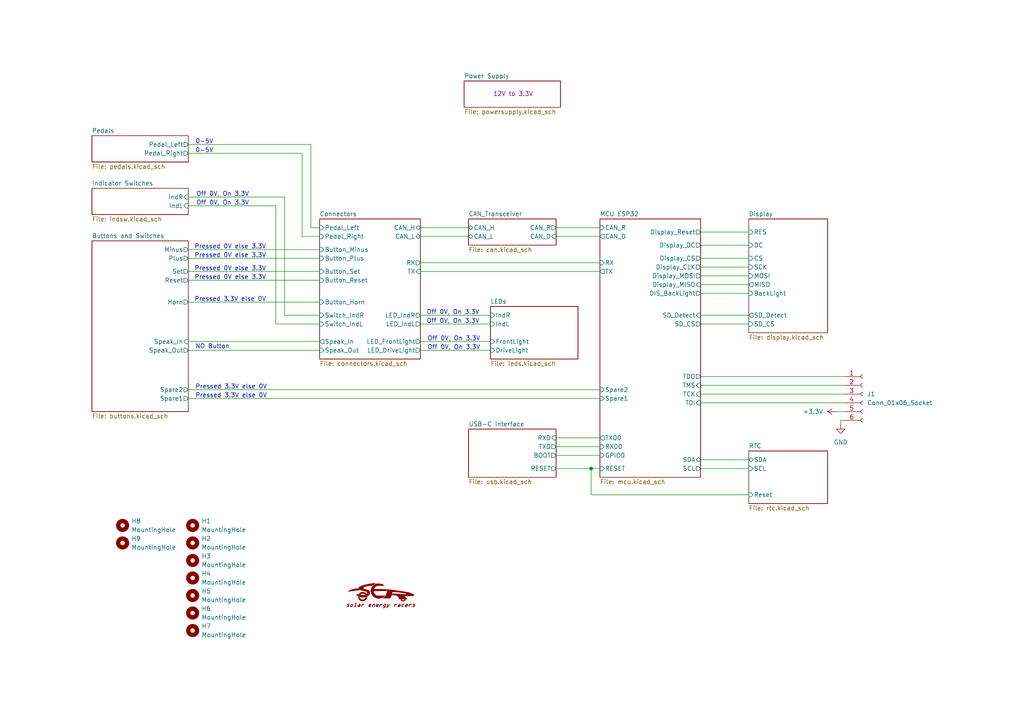
<source format=kicad_sch>
(kicad_sch
	(version 20250114)
	(generator "eeschema")
	(generator_version "9.0")
	(uuid "9544068f-39f5-4662-8d0e-f77047cf820d")
	(paper "A4")
	(title_block
		(title "Steeringwheel AuxController")
		(date "2025-11-01")
		(rev "0")
		(company "Solar Energy Racers")
	)
	(lib_symbols
		(symbol "Connector:Conn_01x06_Socket"
			(pin_names
				(offset 1.016)
				(hide yes)
			)
			(exclude_from_sim no)
			(in_bom yes)
			(on_board yes)
			(property "Reference" "J"
				(at 0 7.62 0)
				(effects
					(font
						(size 1.27 1.27)
					)
				)
			)
			(property "Value" "Conn_01x06_Socket"
				(at 0 -10.16 0)
				(effects
					(font
						(size 1.27 1.27)
					)
				)
			)
			(property "Footprint" ""
				(at 0 0 0)
				(effects
					(font
						(size 1.27 1.27)
					)
					(hide yes)
				)
			)
			(property "Datasheet" "~"
				(at 0 0 0)
				(effects
					(font
						(size 1.27 1.27)
					)
					(hide yes)
				)
			)
			(property "Description" "Generic connector, single row, 01x06, script generated"
				(at 0 0 0)
				(effects
					(font
						(size 1.27 1.27)
					)
					(hide yes)
				)
			)
			(property "ki_locked" ""
				(at 0 0 0)
				(effects
					(font
						(size 1.27 1.27)
					)
				)
			)
			(property "ki_keywords" "connector"
				(at 0 0 0)
				(effects
					(font
						(size 1.27 1.27)
					)
					(hide yes)
				)
			)
			(property "ki_fp_filters" "Connector*:*_1x??_*"
				(at 0 0 0)
				(effects
					(font
						(size 1.27 1.27)
					)
					(hide yes)
				)
			)
			(symbol "Conn_01x06_Socket_1_1"
				(polyline
					(pts
						(xy -1.27 5.08) (xy -0.508 5.08)
					)
					(stroke
						(width 0.1524)
						(type default)
					)
					(fill
						(type none)
					)
				)
				(polyline
					(pts
						(xy -1.27 2.54) (xy -0.508 2.54)
					)
					(stroke
						(width 0.1524)
						(type default)
					)
					(fill
						(type none)
					)
				)
				(polyline
					(pts
						(xy -1.27 0) (xy -0.508 0)
					)
					(stroke
						(width 0.1524)
						(type default)
					)
					(fill
						(type none)
					)
				)
				(polyline
					(pts
						(xy -1.27 -2.54) (xy -0.508 -2.54)
					)
					(stroke
						(width 0.1524)
						(type default)
					)
					(fill
						(type none)
					)
				)
				(polyline
					(pts
						(xy -1.27 -5.08) (xy -0.508 -5.08)
					)
					(stroke
						(width 0.1524)
						(type default)
					)
					(fill
						(type none)
					)
				)
				(polyline
					(pts
						(xy -1.27 -7.62) (xy -0.508 -7.62)
					)
					(stroke
						(width 0.1524)
						(type default)
					)
					(fill
						(type none)
					)
				)
				(arc
					(start 0 4.572)
					(mid -0.5058 5.08)
					(end 0 5.588)
					(stroke
						(width 0.1524)
						(type default)
					)
					(fill
						(type none)
					)
				)
				(arc
					(start 0 2.032)
					(mid -0.5058 2.54)
					(end 0 3.048)
					(stroke
						(width 0.1524)
						(type default)
					)
					(fill
						(type none)
					)
				)
				(arc
					(start 0 -0.508)
					(mid -0.5058 0)
					(end 0 0.508)
					(stroke
						(width 0.1524)
						(type default)
					)
					(fill
						(type none)
					)
				)
				(arc
					(start 0 -3.048)
					(mid -0.5058 -2.54)
					(end 0 -2.032)
					(stroke
						(width 0.1524)
						(type default)
					)
					(fill
						(type none)
					)
				)
				(arc
					(start 0 -5.588)
					(mid -0.5058 -5.08)
					(end 0 -4.572)
					(stroke
						(width 0.1524)
						(type default)
					)
					(fill
						(type none)
					)
				)
				(arc
					(start 0 -8.128)
					(mid -0.5058 -7.62)
					(end 0 -7.112)
					(stroke
						(width 0.1524)
						(type default)
					)
					(fill
						(type none)
					)
				)
				(pin passive line
					(at -5.08 5.08 0)
					(length 3.81)
					(name "Pin_1"
						(effects
							(font
								(size 1.27 1.27)
							)
						)
					)
					(number "1"
						(effects
							(font
								(size 1.27 1.27)
							)
						)
					)
				)
				(pin passive line
					(at -5.08 2.54 0)
					(length 3.81)
					(name "Pin_2"
						(effects
							(font
								(size 1.27 1.27)
							)
						)
					)
					(number "2"
						(effects
							(font
								(size 1.27 1.27)
							)
						)
					)
				)
				(pin passive line
					(at -5.08 0 0)
					(length 3.81)
					(name "Pin_3"
						(effects
							(font
								(size 1.27 1.27)
							)
						)
					)
					(number "3"
						(effects
							(font
								(size 1.27 1.27)
							)
						)
					)
				)
				(pin passive line
					(at -5.08 -2.54 0)
					(length 3.81)
					(name "Pin_4"
						(effects
							(font
								(size 1.27 1.27)
							)
						)
					)
					(number "4"
						(effects
							(font
								(size 1.27 1.27)
							)
						)
					)
				)
				(pin passive line
					(at -5.08 -5.08 0)
					(length 3.81)
					(name "Pin_5"
						(effects
							(font
								(size 1.27 1.27)
							)
						)
					)
					(number "5"
						(effects
							(font
								(size 1.27 1.27)
							)
						)
					)
				)
				(pin passive line
					(at -5.08 -7.62 0)
					(length 3.81)
					(name "Pin_6"
						(effects
							(font
								(size 1.27 1.27)
							)
						)
					)
					(number "6"
						(effects
							(font
								(size 1.27 1.27)
							)
						)
					)
				)
			)
			(embedded_fonts no)
		)
		(symbol "Imported_Symbols:LOGO"
			(pin_names
				(offset 1.016)
			)
			(exclude_from_sim no)
			(in_bom yes)
			(on_board yes)
			(property "Reference" "#G"
				(at 0 2.9821 0)
				(effects
					(font
						(size 1.27 1.27)
					)
					(hide yes)
				)
			)
			(property "Value" "LOGO"
				(at 0 -2.9821 0)
				(effects
					(font
						(size 1.27 1.27)
					)
					(hide yes)
				)
			)
			(property "Footprint" ""
				(at 0 0 0)
				(effects
					(font
						(size 1.27 1.27)
					)
					(hide yes)
				)
			)
			(property "Datasheet" ""
				(at 0 0 0)
				(effects
					(font
						(size 1.27 1.27)
					)
					(hide yes)
				)
			)
			(property "Description" ""
				(at 0 0 0)
				(effects
					(font
						(size 1.27 1.27)
					)
					(hide yes)
				)
			)
			(symbol "LOGO_0_0"
				(polyline
					(pts
						(xy -9.5354 -3.2731) (xy -9.3896 -3.2121) (xy -9.3274 -3.1579) (xy -9.2711 -3.0323) (xy -9.3155 -2.9047)
						(xy -9.4581 -2.7902) (xy -9.4826 -2.7767) (xy -9.6099 -2.6903) (xy -9.6343 -2.6327) (xy -9.5567 -2.6057)
						(xy -9.3777 -2.611) (xy -9.2641 -2.6188) (xy -9.1461 -2.6095) (xy -9.1098 -2.57) (xy -9.1377 -2.5079)
						(xy -9.2405 -2.456) (xy -9.3882 -2.4391) (xy -9.5481 -2.4601) (xy -9.6873 -2.5215) (xy -9.7344 -2.5592)
						(xy -9.7993 -2.6704) (xy -9.7577 -2.7826) (xy -9.6102 -2.8936) (xy -9.4761 -2.9843) (xy -9.4463 -3.0519)
						(xy -9.5207 -3.0959) (xy -9.6992 -3.1154) (xy -9.7784 -3.1179) (xy -9.9278 -3.1253) (xy -9.9962 -3.1392)
						(xy -10.003 -3.1668) (xy -9.9672 -3.2151) (xy -9.8709 -3.2712) (xy -9.7105 -3.2929) (xy -9.5354 -3.2731)
					)
					(stroke
						(width 0.01)
						(type default)
					)
					(fill
						(type outline)
					)
				)
				(polyline
					(pts
						(xy -9.2968 1.1706) (xy -9.1526 1.1932) (xy -8.9333 1.2299) (xy -8.6236 1.2821) (xy -8.6194 1.2828)
						(xy -8.2555 1.3384) (xy -7.8368 1.3941) (xy -7.4147 1.4435) (xy -7.0406 1.48) (xy -6.2306 1.5482)
						(xy -6.4109 1.7182) (xy -6.4613 1.7695) (xy -6.5543 1.8908) (xy -6.5912 1.9827) (xy -6.5911 1.9974)
						(xy -6.5945 2.0277) (xy -6.6133 2.0474) (xy -6.6603 2.0553) (xy -6.7484 2.0502) (xy -6.8905 2.031)
						(xy -7.0995 1.9965) (xy -7.3883 1.9456) (xy -7.7697 1.8772) (xy -7.9411 1.8451) (xy -8.3807 1.7468)
						(xy -8.7373 1.6381) (xy -9.0288 1.5127) (xy -9.2732 1.3646) (xy -9.2939 1.3494) (xy -9.3916 1.2634)
						(xy -9.4313 1.2021) (xy -9.4323 1.1901) (xy -9.4338 1.1718) (xy -9.4221 1.1615) (xy -9.3815 1.1606)
						(xy -9.2968 1.1706)
					)
					(stroke
						(width 0.01)
						(type default)
					)
					(fill
						(type outline)
					)
				)
				(polyline
					(pts
						(xy -8.4659 -3.2541) (xy -8.3058 -3.1428) (xy -8.1871 -2.9816) (xy -8.1176 -2.7994) (xy -8.1063 -2.6303)
						(xy -8.1605 -2.507) (xy -8.2698 -2.4543) (xy -8.4306 -2.4588) (xy -8.5969 -2.5212) (xy -8.7309 -2.6331)
						(xy -8.7998 -2.7424) (xy -8.8653 -2.9232) (xy -8.8793 -3.0694) (xy -8.7318 -3.0694) (xy -8.7175 -2.9424)
						(xy -8.7147 -2.9261) (xy -8.6744 -2.777) (xy -8.6235 -2.6745) (xy -8.5606 -2.6324) (xy -8.4349 -2.6025)
						(xy -8.3077 -2.6059) (xy -8.2294 -2.6463) (xy -8.2252 -2.6561) (xy -8.2296 -2.7515) (xy -8.2674 -2.8867)
						(xy -8.3233 -3.0159) (xy -8.3817 -3.0937) (xy -8.4615 -3.1205) (xy -8.5943 -3.1339) (xy -8.6156 -3.134)
						(xy -8.7045 -3.1228) (xy -8.7318 -3.0694) (xy -8.8793 -3.0694) (xy -8.8816 -3.0936) (xy -8.8414 -3.2157)
						(xy -8.7833 -3.2637) (xy -8.6357 -3.2958) (xy -8.4659 -3.2541)
					)
					(stroke
						(width 0.01)
						(type default)
					)
					(fill
						(type outline)
					)
				)
				(polyline
					(pts
						(xy -7.4917 -3.2933) (xy -7.3456 -3.2719) (xy -7.2599 -3.2351) (xy -7.2499 -3.1923) (xy -7.331 -3.153)
						(xy -7.3371 -3.1514) (xy -7.3837 -3.1329) (xy -7.4036 -3.0955) (xy -7.3948 -3.0186) (xy -7.3551 -2.8816)
						(xy -7.2826 -2.6638) (xy -7.207 -2.4226) (xy -7.1726 -2.253) (xy -7.186 -2.1571) (xy -7.2493 -2.1227)
						(xy -7.3643 -2.1376) (xy -7.4111 -2.1524) (xy -7.49 -2.2051) (xy -7.4883 -2.2551) (xy -7.3998 -2.2774)
						(xy -7.36 -2.2806) (xy -7.3337 -2.3046) (xy -7.3366 -2.3697) (xy -7.3706 -2.4961) (xy -7.4372 -2.7037)
						(xy -7.4827 -2.837) (xy -7.5546 -3.013) (xy -7.6182 -3.1104) (xy -7.6827 -3.1458) (xy -7.7452 -3.1659)
						(xy -7.8106 -3.2285) (xy -7.8069 -3.2574) (xy -7.7325 -3.2865) (xy -7.5634 -3.2955) (xy -7.4917 -3.2933)
					)
					(stroke
						(width 0.01)
						(type default)
					)
					(fill
						(type outline)
					)
				)
				(polyline
					(pts
						(xy -6.4076 -3.2763) (xy -6.1436 -3.2647) (xy -6.0501 -2.9988) (xy -6.0416 -2.9744) (xy -5.973 -2.747)
						(xy -5.9556 -2.5965) (xy -5.9903 -2.5067) (xy -6.0779 -2.4612) (xy -6.1973 -2.4426) (xy -6.3418 -2.4614)
						(xy -6.4171 -2.5319) (xy -6.394 -2.5808) (xy -6.2742 -2.5989) (xy -6.1555 -2.6162) (xy -6.1089 -2.6793)
						(xy -6.1133 -2.7035) (xy -6.1758 -2.7467) (xy -6.3257 -2.7596) (xy -6.3349 -2.7597) (xy -6.5265 -2.7905)
						(xy -6.674 -2.8912) (xy -6.7125 -2.9339) (xy -6.7732 -3.041) (xy -6.6349 -3.041) (xy -6.589 -2.9815)
						(xy -6.4846 -2.9377) (xy -6.3615 -2.9218) (xy -6.259 -2.9383) (xy -6.2161 -2.9918) (xy -6.2269 -3.0339)
						(xy -6.3009 -3.1022) (xy -6.3795 -3.1219) (xy -6.5191 -3.1347) (xy -6.5203 -3.1347) (xy -6.619 -3.1136)
						(xy -6.6349 -3.041) (xy -6.7732 -3.041) (xy -6.789 -3.0689) (xy -6.7994 -3.1875) (xy -6.7386 -3.2604)
						(xy -6.7033 -3.2686) (xy -6.5757 -3.2778) (xy -6.4076 -3.2763)
					)
					(stroke
						(width 0.01)
						(type default)
					)
					(fill
						(type outline)
					)
				)
				(polyline
					(pts
						(xy -5.7082 -3.2661) (xy -5.6439 -3.1726) (xy -5.586 -3.0397) (xy -5.5742 -3.008) (xy -5.4931 -2.8688)
						(xy -5.3821 -2.7465) (xy -5.2611 -2.6539) (xy -5.15 -2.6039) (xy -5.0687 -2.6096) (xy -5.0372 -2.6837)
						(xy -5.0284 -2.7286) (xy -4.9821 -2.7486) (xy -4.9242 -2.7049) (xy -4.8867 -2.6127) (xy -4.8909 -2.5463)
						(xy -4.9598 -2.4749) (xy -5.0868 -2.4632) (xy -5.2489 -2.5171) (xy -5.2496 -2.5175) (xy -5.359 -2.5691)
						(xy -5.4037 -2.5666) (xy -5.4123 -2.5084) (xy -5.4126 -2.4865) (xy -5.428 -2.4448) (xy -5.484 -2.4936)
						(xy -5.505 -2.523) (xy -5.568 -2.6444) (xy -5.6423 -2.8141) (xy -5.7132 -2.9959) (xy -5.7665 -3.1537)
						(xy -5.7874 -3.2512) (xy -5.7871 -3.2619) (xy -5.7617 -3.3019) (xy -5.7082 -3.2661)
					)
					(stroke
						(width 0.01)
						(type default)
					)
					(fill
						(type outline)
					)
				)
				(polyline
					(pts
						(xy -5.1786 -1.6132) (xy -4.8631 -1.5451) (xy -4.5788 -1.4218) (xy -4.36 -1.251) (xy -4.2404 -1.0901)
						(xy -4.1302 -0.891) (xy -4.05 -0.6951) (xy -4.0191 -0.5422) (xy -4.0199 -0.4899) (xy -4.0368 -0.4409)
						(xy -4.0974 -0.4442) (xy -4.2297 -0.4932) (xy -4.3833 -0.5776) (xy -4.5045 -0.7311) (xy -4.559 -0.8326)
						(xy -4.7362 -1.021) (xy -4.9728 -1.1609) (xy -5.2383 -1.237) (xy -5.5024 -1.2341) (xy -5.6096 -1.2002)
						(xy -5.8088 -1.0815) (xy -5.9868 -0.916) (xy -6.1038 -0.737) (xy -6.1974 -0.6118) (xy -6.3783 -0.4996)
						(xy -6.4441 -0.4722) (xy -6.5438 -0.4381) (xy -6.5838 -0.4486) (xy -6.5912 -0.5044) (xy -6.5863 -0.5481)
						(xy -6.5344 -0.7047) (xy -6.441 -0.8987) (xy -6.3246 -1.0969) (xy -6.204 -1.2664) (xy -6.098 -1.3742)
						(xy -6.0937 -1.3772) (xy -5.922 -1.4797) (xy -5.74 -1.5637) (xy -5.4913 -1.6184) (xy -5.1786 -1.6132)
					)
					(stroke
						(width 0.01)
						(type default)
					)
					(fill
						(type outline)
					)
				)
				(polyline
					(pts
						(xy -5.0169 -0.5364) (xy -4.7961 -0.5065) (xy -4.7015 -0.491) (xy -4.3126 -0.3872) (xy -3.9638 -0.2308)
						(xy -3.6663 -0.0322) (xy -3.4312 0.1982) (xy -3.2697 0.45) (xy -3.1926 0.7128) (xy -3.2112 0.9764)
						(xy -3.2166 0.9962) (xy -3.2691 1.1559) (xy -3.3375 1.2825) (xy -3.4364 1.3853) (xy -3.5808 1.4736)
						(xy -3.7854 1.5566) (xy -4.0651 1.6438) (xy -4.4347 1.7443) (xy -4.4942 1.7606) (xy -4.713 1.8303)
						(xy -4.8968 1.9032) (xy -5.0108 1.9658) (xy -5.1021 2.0585) (xy -5.142 2.1865) (xy -5.083 2.3102)
						(xy -4.9301 2.4275) (xy -4.6881 2.5363) (xy -4.362 2.6346) (xy -3.9566 2.7203) (xy -3.4768 2.7914)
						(xy -2.9275 2.8457) (xy -2.86 2.851) (xy -2.6568 2.871) (xy -2.5075 2.9008) (xy -2.377 2.9538)
						(xy -2.23 3.043) (xy -2.0313 3.1816) (xy -1.9505 3.2402) (xy -1.7773 3.3774) (xy -1.6773 3.477)
						(xy -1.66 3.5302) (xy -1.7029 3.5451) (xy -1.844 3.5514) (xy -2.0634 3.5406) (xy -2.3454 3.5144)
						(xy -2.6738 3.4748) (xy -3.0326 3.4234) (xy -3.406 3.362) (xy -3.7779 3.2926) (xy -4.4237 3.1521)
						(xy -5.0079 2.9987) (xy -5.4969 2.8396) (xy -5.889 2.676) (xy -6.1826 2.5087) (xy -6.3759 2.3388)
						(xy -6.4671 2.1672) (xy -6.4546 1.995) (xy -6.3367 1.823) (xy -6.2891 1.7766) (xy -6.2199 1.7187)
						(xy -6.1391 1.6695) (xy -6.0311 1.6234) (xy -5.8805 1.5752) (xy -5.6717 1.5194) (xy -5.3894 1.4507)
						(xy -5.0181 1.3636) (xy -4.7758 1.3056) (xy -4.4997 1.2355) (xy -4.2723 1.173) (xy -4.1121 1.1235)
						(xy -4.038 1.0921) (xy -4.0059 1.0586) (xy -3.9582 0.9194) (xy -3.9827 0.7457) (xy -4.0694 0.5606)
						(xy -4.2087 0.3874) (xy -4.3909 0.2495) (xy -4.6265 0.1578) (xy -4.9467 0.1022) (xy -5.3059 0.0909)
						(xy -5.6738 0.1229) (xy -6.0207 0.1972) (xy -6.3163 0.3128) (xy -6.5659 0.4434) (xy -6.8522 0.2983)
						(xy -7.1385 0.1532) (xy -6.9649 0.0071) (xy -6.6113 -0.2281) (xy -6.1748 -0.4053) (xy -5.6806 -0.5104)
						(xy -5.5155 -0.5311) (xy -5.3323 -0.5485) (xy -5.1809 -0.5504) (xy -5.0169 -0.5364)
					)
					(stroke
						(width 0.01)
						(type default)
					)
					(fill
						(type outline)
					)
				)
				(polyline
					(pts
						(xy -4.4255 0.3771) (xy -4.4238 0.3782) (xy -4.3271 0.4527) (xy -4.287 0.5053) (xy -4.2926 0.5249)
						(xy -4.3594 0.6088) (xy -4.4796 0.7173) (xy -4.6255 0.8268) (xy -4.7693 0.9137) (xy -4.8119 0.9329)
						(xy -5.0418 0.9893) (xy -5.3132 1.0038) (xy -5.5799 0.9766) (xy -5.7956 0.9079) (xy -5.8738 0.8666)
						(xy -6.085 0.7373) (xy -6.2213 0.623) (xy -6.2697 0.534) (xy -6.2697 0.5337) (xy -6.2262 0.458)
						(xy -6.1223 0.3813) (xy -6.0692 0.3551) (xy -5.9719 0.3325) (xy -5.8946 0.3731) (xy -5.785 0.4558)
						(xy -5.5058 0.5794) (xy -5.2111 0.6053) (xy -4.9204 0.5336) (xy -4.6532 0.3645) (xy -4.6042 0.3276)
						(xy -4.5318 0.3195) (xy -4.4255 0.3771)
					)
					(stroke
						(width 0.01)
						(type default)
					)
					(fill
						(type outline)
					)
				)
				(polyline
					(pts
						(xy -3.1048 -3.2704) (xy -2.9863 -3.2322) (xy -2.9575 -3.1875) (xy -3.0221 -3.1503) (xy -3.184 -3.1347)
						(xy -3.2811 -3.1319) (xy -3.3953 -3.1085) (xy -3.4296 -3.0572) (xy -3.4154 -3.022) (xy -3.3284 -2.9839)
						(xy -3.1493 -2.9634) (xy -3.053 -2.9566) (xy -2.9269 -2.9343) (xy -2.8589 -2.8865) (xy -2.8165 -2.797)
						(xy -2.7957 -2.7025) (xy -2.8231 -2.5622) (xy -2.9167 -2.4722) (xy -3.0544 -2.4409) (xy -3.2138 -2.4764)
						(xy -3.3728 -2.5874) (xy -3.4828 -2.7337) (xy -3.4854 -2.74) (xy -3.3705 -2.74) (xy -3.2989 -2.6552)
						(xy -3.1987 -2.6125) (xy -3.0725 -2.6094) (xy -2.9656 -2.6425) (xy -2.9205 -2.7061) (xy -2.9236 -2.7255)
						(xy -2.9891 -2.7768) (xy -3.1483 -2.8029) (xy -3.2129 -2.8059) (xy -3.3414 -2.7907) (xy -3.3705 -2.74)
						(xy -3.4854 -2.74) (xy -3.5582 -2.9164) (xy -3.5783 -3.0894) (xy -3.5342 -3.2183) (xy -3.527 -3.2262)
						(xy -3.4168 -3.2785) (xy -3.2241 -3.2847) (xy -3.1048 -3.2704)
					)
					(stroke
						(width 0.01)
						(type default)
					)
					(fill
						(type outline)
					)
				)
				(polyline
					(pts
						(xy -2.5125 -3.2582) (xy -2.4574 -3.1653) (xy -2.4036 -3.0223) (xy -2.3703 -2.9371) (xy -2.2563 -2.7682)
						(xy -2.11 -2.646) (xy -1.9611 -2.5989) (xy -1.906 -2.6118) (xy -1.8806 -2.6694) (xy -1.8957 -2.7902)
						(xy -1.9508 -2.9923) (xy -1.9735 -3.0784) (xy -1.9927 -3.2073) (xy -1.9802 -3.2703) (xy -1.9597 -3.2762)
						(xy -1.9013 -3.226) (xy -1.8368 -3.0761) (xy -1.7644 -2.8232) (xy -1.7447 -2.7424) (xy -1.7203 -2.607)
						(xy -1.7288 -2.5325) (xy -1.7708 -2.4895) (xy -1.8329 -2.4685) (xy -1.956 -2.4778) (xy -2.0551 -2.5003)
						(xy -2.2082 -2.5112) (xy -2.2835 -2.517) (xy -2.3445 -2.5569) (xy -2.3982 -2.654) (xy -2.4628 -2.8314)
						(xy -2.5134 -2.9897) (xy -2.5559 -3.142) (xy -2.5722 -3.2287) (xy -2.5553 -3.2844) (xy -2.5125 -3.2582)
					)
					(stroke
						(width 0.01)
						(type default)
					)
					(fill
						(type outline)
					)
				)
				(polyline
					(pts
						(xy -1.1129 -3.2848) (xy -0.9692 -3.2689) (xy -0.8481 -3.2325) (xy -0.8185 -3.1891) (xy -0.8847 -3.1494)
						(xy -1.0508 -3.1244) (xy -1.1969 -3.107) (xy -1.313 -3.0683) (xy -1.3267 -3.0246) (xy -1.2384 -2.9888)
						(xy -1.0482 -2.974) (xy -0.9127 -2.9719) (xy -0.7968 -2.9558) (xy -0.734 -2.913) (xy -0.6932 -2.8308)
						(xy -0.6537 -2.6648) (xy -0.6925 -2.5453) (xy -0.8199 -2.4683) (xy -0.9618 -2.4477) (xy -1.1459 -2.5036)
						(xy -1.3042 -2.6431) (xy -1.3297 -2.6908) (xy -1.2337 -2.6908) (xy -1.1478 -2.6314) (xy -1.1219 -2.6221)
						(xy -0.9627 -2.5948) (xy -0.848 -2.6247) (xy -0.8039 -2.7061) (xy -0.816 -2.7679) (xy -0.878 -2.8042)
						(xy -1.0182 -2.8132) (xy -1.1401 -2.799) (xy -1.227 -2.7526) (xy -1.2337 -2.6908) (xy -1.3297 -2.6908)
						(xy -1.4162 -2.8529) (xy -1.4383 -2.9223) (xy -1.4678 -3.0845) (xy -1.4423 -3.1969) (xy -1.4381 -3.2045)
						(xy -1.3823 -3.2634) (xy -1.2845 -3.2873) (xy -1.1129 -3.2848)
					)
					(stroke
						(width 0.01)
						(type default)
					)
					(fill
						(type outline)
					)
				)
				(polyline
					(pts
						(xy -0.4067 -3.2712) (xy -0.3392 -3.1781) (xy -0.2712 -3.0358) (xy -0.2676 -3.0268) (xy -0.1849 -2.8807)
						(xy -0.0737 -2.7528) (xy 0.0466 -2.6558) (xy 0.1566 -2.6027) (xy 0.2368 -2.6062) (xy 0.2679 -2.6793)
						(xy 0.2772 -2.7167) (xy 0.3482 -2.7596) (xy 0.4 -2.7343) (xy 0.4286 -2.6293) (xy 0.4227 -2.5764)
						(xy 0.3554 -2.4827) (xy 0.2272 -2.4612) (xy 0.0562 -2.5171) (xy 0.0555 -2.5175) (xy -0.0539 -2.5691)
						(xy -0.0987 -2.5666) (xy -0.1072 -2.5084) (xy -0.1167 -2.4558) (xy -0.1548 -2.461) (xy -0.2131 -2.541)
						(xy -0.2814 -2.6812) (xy -0.3499 -2.8668) (xy -0.3906 -2.993) (xy -0.4411 -3.146) (xy -0.4719 -3.2358)
						(xy -0.4773 -3.2733) (xy -0.4299 -3.287) (xy -0.4067 -3.2712)
					)
					(stroke
						(width 0.01)
						(type default)
					)
					(fill
						(type outline)
					)
				)
				(polyline
					(pts
						(xy -0.0644 -0.7863) (xy 0.4018 -0.6011) (xy 0.8707 -0.3103) (xy 0.9816 -0.225) (xy 1.0852 -0.1333)
						(xy 1.1252 -0.0803) (xy 1.1123 -0.0738) (xy 1.0136 -0.0624) (xy 0.8304 -0.0533) (xy 0.5779 -0.047)
						(xy 0.2713 -0.044) (xy -0.0743 -0.0446) (xy -1.2738 -0.0535) (xy -1.5077 0.114) (xy -1.5943 0.1816)
						(xy -1.8313 0.4375) (xy -1.9985 0.735) (xy -2.0778 1.0446) (xy -2.1034 1.3115) (xy -0.2346 1.3256)
						(xy 1.6343 1.3397) (xy 1.6504 1.5593) (xy 1.6665 1.7789) (xy 1.2217 1.8135) (xy 1.0991 1.8207)
						(xy 0.855 1.8296) (xy 0.5396 1.8372) (xy 0.1732 1.8431) (xy -0.2234 1.847) (xy -0.6297 1.8485)
						(xy -0.9884 1.8495) (xy -1.3283 1.8525) (xy -1.6171 1.8571) (xy -1.8407 1.863) (xy -1.9851 1.87)
						(xy -2.0364 1.8777) (xy -2.0298 1.9152) (xy -1.9711 2.0443) (xy -1.8684 2.2065) (xy -1.7426 2.3707)
						(xy -1.6147 2.5059) (xy -1.5457 2.565) (xy -1.3891 2.6726) (xy -1.2117 2.7524) (xy -0.9963 2.8082)
						(xy -0.7257 2.8438) (xy -0.3827 2.8628) (xy 0.0498 2.8691) (xy 0.9377 2.8713) (xy 0.7533 3.0289)
						(xy 0.6025 3.1388) (xy 0.2517 3.2989) (xy -0.1822 3.3959) (xy -0.6967 3.4288) (xy -0.7011 3.4288)
						(xy -0.9625 3.4266) (xy -1.1505 3.4149) (xy -1.2985 3.3879) (xy -1.4398 3.3395) (xy -1.6077 3.2636)
						(xy -1.9057 3.092) (xy -2.2045 2.8668) (xy -2.4668 2.618) (xy -2.6597 2.3734) (xy -2.7244 2.2582)
						(xy -2.8538 1.9142) (xy -2.9248 1.5316) (xy -2.9282 1.1523) (xy -2.9076 1.0007) (xy -2.7822 0.5778)
						(xy -2.5688 0.1818) (xy -2.2814 -0.1721) (xy -1.9341 -0.4683) (xy -1.5409 -0.6917) (xy -1.1159 -0.8268)
						(xy -1.009 -0.8454) (xy -0.5329 -0.8673) (xy -0.0644 -0.7863)
					)
					(stroke
						(width 0.01)
						(type default)
					)
					(fill
						(type outline)
					)
				)
				(polyline
					(pts
						(xy 0.9277 -3.5862) (xy 1.0756 -3.5258) (xy 1.1547 -3.4642) (xy 1.2286 -3.362) (xy 1.303 -3.2005)
						(xy 1.3902 -2.9573) (xy 1.4631 -2.7359) (xy 1.5029 -2.5979) (xy 1.5117 -2.5256) (xy 1.4917 -2.5015)
						(xy 1.4449 -2.5077) (xy 1.3791 -2.5147) (xy 1.3097 -2.4867) (xy 1.2835 -2.4565) (xy 1.1799 -2.4293)
						(xy 1.0469 -2.4707) (xy 0.9075 -2.5665) (xy 0.7847 -2.7025) (xy 0.7015 -2.8643) (xy 0.6714 -2.9754)
						(xy 0.6752 -3.0172) (xy 0.8275 -3.0172) (xy 0.8367 -2.9213) (xy 0.8812 -2.7851) (xy 0.9361 -2.6732)
						(xy 1.0056 -2.6127) (xy 1.1106 -2.6086) (xy 1.2229 -2.6549) (xy 1.2818 -2.7577) (xy 1.2658 -2.8824)
						(xy 1.17 -2.9956) (xy 1.0509 -3.0581) (xy 0.9177 -3.0777) (xy 0.832 -3.0299) (xy 0.8275 -3.0172)
						(xy 0.6752 -3.0172) (xy 0.68 -3.0695) (xy 0.749 -3.1574) (xy 0.8038 -3.2065) (xy 0.8926 -3.2375)
						(xy 1.018 -3.2048) (xy 1.0677 -3.1871) (xy 1.1584 -3.1722) (xy 1.1661 -3.2197) (xy 1.0954 -3.3372)
						(xy 1.0799 -3.3577) (xy 0.9728 -3.4342) (xy 0.8038 -3.4563) (xy 0.7827 -3.4565) (xy 0.6301 -3.4757)
						(xy 0.5554 -3.5204) (xy 0.573 -3.5828) (xy 0.6275 -3.6089) (xy 0.7641 -3.6155) (xy 0.9277 -3.5862)
					)
					(stroke
						(width 0.01)
						(type default)
					)
					(fill
						(type outline)
					)
				)
				(polyline
					(pts
						(xy 1.717 -3.6072) (xy 1.8316 -3.55) (xy 1.8644 -3.5185) (xy 1.9617 -3.4096) (xy 2.0944 -3.2508)
						(xy 2.2437 -3.0643) (xy 2.288 -3.0072) (xy 2.4559 -2.7763) (xy 2.5492 -2.6158) (xy 2.5695 -2.5221)
						(xy 2.5185 -2.4917) (xy 2.5059 -2.493) (xy 2.4649 -2.5365) (xy 2.444 -2.5833) (xy 2.372 -2.6936)
						(xy 2.2664 -2.8361) (xy 2.1874 -2.935) (xy 2.1065 -3.0204) (xy 2.0593 -3.0358) (xy 2.029 -2.9923)
						(xy 2.0253 -2.982) (xy 1.9991 -2.854) (xy 1.9864 -2.6927) (xy 1.9849 -2.6566) (xy 1.9648 -2.5391)
						(xy 1.9301 -2.4917) (xy 1.8906 -2.5106) (xy 1.8508 -2.6121) (xy 1.8429 -2.7826) (xy 1.8696 -3.0008)
						(xy 1.8829 -3.0889) (xy 1.8735 -3.29) (xy 1.7961 -3.414) (xy 1.6528 -3.4563) (xy 1.5981 -3.4698)
						(xy 1.5539 -3.5366) (xy 1.5562 -3.5557) (xy 1.6127 -3.6084) (xy 1.717 -3.6072)
					)
					(stroke
						(width 0.01)
						(type default)
					)
					(fill
						(type outline)
					)
				)
				(polyline
					(pts
						(xy 3.9047 -3.2023) (xy 3.9727 -3.0243) (xy 4.0427 -2.868) (xy 4.2082 -2.705) (xy 4.3202 -2.6447)
						(xy 4.4507 -2.6026) (xy 4.5289 -2.6136) (xy 4.5354 -2.6793) (xy 4.5292 -2.7241) (xy 4.5833 -2.7596)
						(xy 4.6432 -2.718) (xy 4.6614 -2.6233) (xy 4.6389 -2.5208) (xy 4.5767 -2.4556) (xy 4.5635 -2.452)
						(xy 4.4505 -2.4608) (xy 4.3088 -2.51) (xy 4.2848 -2.5214) (xy 4.1781 -2.5663) (xy 4.1344 -2.5614)
						(xy 4.1261 -2.5062) (xy 4.1257 -2.4837) (xy 4.1099 -2.4444) (xy 4.0525 -2.4936) (xy 4.0519 -2.4942)
						(xy 3.9989 -2.5816) (xy 3.9354 -2.7269) (xy 3.8722 -2.899) (xy 3.8198 -3.0666) (xy 3.7889 -3.1984)
						(xy 3.7901 -3.2632) (xy 3.839 -3.2777) (xy 3.9047 -3.2023)
					)
					(stroke
						(width 0.01)
						(type default)
					)
					(fill
						(type outline)
					)
				)
				(polyline
					(pts
						(xy 5.2326 -3.2811) (xy 5.5195 -3.2687) (xy 5.6316 -2.9319) (xy 5.6651 -2.8241) (xy 5.703 -2.6293)
						(xy 5.6783 -2.5096) (xy 5.586 -2.4534) (xy 5.4209 -2.4488) (xy 5.3867 -2.4525) (xy 5.2562 -2.488)
						(xy 5.2083 -2.5369) (xy 5.2482 -2.5802) (xy 5.3809 -2.5989) (xy 5.4057 -2.5992) (xy 5.5333 -2.6205)
						(xy 5.5729 -2.6793) (xy 5.5655 -2.7097) (xy 5.4971 -2.7482) (xy 5.3419 -2.7596) (xy 5.1547 -2.7814)
						(xy 4.9936 -2.8689) (xy 4.9743 -2.8887) (xy 4.8991 -3.0177) (xy 4.895 -3.041) (xy 5.047 -3.041)
						(xy 5.0928 -2.9815) (xy 5.1973 -2.9377) (xy 5.3204 -2.9218) (xy 5.4229 -2.9383) (xy 5.4657 -2.9918)
						(xy 5.4549 -3.0339) (xy 5.381 -3.1022) (xy 5.3024 -3.1219) (xy 5.1627 -3.1347) (xy 5.1616 -3.1347)
						(xy 5.0629 -3.1136) (xy 5.047 -3.041) (xy 4.895 -3.041) (xy 4.8748 -3.1561) (xy 4.911 -3.2588)
						(xy 4.9464 -3.2711) (xy 5.0659 -3.282) (xy 5.2326 -3.2811)
					)
					(stroke
						(width 0.01)
						(type default)
					)
					(fill
						(type outline)
					)
				)
				(polyline
					(pts
						(xy 6.4174 -3.2749) (xy 6.5373 -3.2375) (xy 6.5823 -3.191) (xy 6.5442 -3.1515) (xy 6.4145 -3.1347)
						(xy 6.3954 -3.1345) (xy 6.2279 -3.097) (xy 6.1358 -3.0059) (xy 6.1332 -2.8742) (xy 6.1965 -2.7558)
						(xy 6.3414 -2.6547) (xy 6.5721 -2.6007) (xy 6.6116 -2.5953) (xy 6.7574 -2.5592) (xy 6.815 -2.5157)
						(xy 6.7792 -2.4757) (xy 6.6447 -2.4503) (xy 6.5785 -2.4496) (xy 6.3528 -2.5086) (xy 6.1566 -2.6477)
						(xy 6.0223 -2.8463) (xy 5.9754 -2.9777) (xy 5.9763 -3.0703) (xy 6.0287 -3.1695) (xy 6.0883 -3.2426)
						(xy 6.1816 -3.2845) (xy 6.3355 -3.285) (xy 6.4174 -3.2749)
					)
					(stroke
						(width 0.01)
						(type default)
					)
					(fill
						(type outline)
					)
				)
				(polyline
					(pts
						(xy 6.5824 -1.624) (xy 6.816 -1.5671) (xy 7.0044 -1.4693) (xy 7.1184 -1.337) (xy 7.1488 -1.2599)
						(xy 7.1308 -1.2142) (xy 7.0269 -1.2056) (xy 6.9048 -1.2316) (xy 6.7786 -1.3128) (xy 6.6581 -1.392)
						(xy 6.4589 -1.42) (xy 6.2952 -1.4022) (xy 6.1211 -1.3128) (xy 6.1188 -1.3107) (xy 6.0032 -1.2395)
						(xy 5.8769 -1.2082) (xy 5.7754 -1.2199) (xy 5.7337 -1.2777) (xy 5.7762 -1.3762) (xy 5.8933 -1.4854)
						(xy 6.0563 -1.5745) (xy 6.0958 -1.589) (xy 6.3326 -1.6335) (xy 6.5824 -1.624)
					)
					(stroke
						(width 0.01)
						(type default)
					)
					(fill
						(type outline)
					)
				)
				(polyline
					(pts
						(xy 7.4529 -3.2805) (xy 7.5837 -3.2523) (xy 7.6497 -3.2017) (xy 7.6496 -3.1782) (xy 7.5857 -3.1451)
						(xy 7.4261 -3.1347) (xy 7.3291 -3.1319) (xy 7.2149 -3.1085) (xy 7.1805 -3.0572) (xy 7.1947 -3.022)
						(xy 7.2818 -2.9839) (xy 7.4608 -2.9634) (xy 7.5571 -2.9566) (xy 7.6832 -2.9343) (xy 7.7512 -2.8865)
						(xy 7.7937 -2.797) (xy 7.8139 -2.7069) (xy 7.7878 -2.5657) (xy 7.6951 -2.4739) (xy 7.5581 -2.4404)
						(xy 7.3995 -2.4739) (xy 7.2417 -2.583) (xy 7.2378 -2.587) (xy 7.1288 -2.74) (xy 7.2396 -2.74)
						(xy 7.3112 -2.6552) (xy 7.4115 -2.6125) (xy 7.5377 -2.6094) (xy 7.6445 -2.6425) (xy 7.6896 -2.7061)
						(xy 7.6865 -2.7255) (xy 7.621 -2.7768) (xy 7.4618 -2.8029) (xy 7.3972 -2.8059) (xy 7.2687 -2.7907)
						(xy 7.2396 -2.74) (xy 7.1288 -2.74) (xy 7.1259 -2.744) (xy 7.0561 -2.9258) (xy 7.0374 -3.0969)
						(xy 7.0789 -3.2218) (xy 7.1584 -3.2644) (xy 7.2977 -3.285) (xy 7.4529 -3.2805)
					)
					(stroke
						(width 0.01)
						(type default)
					)
					(fill
						(type outline)
					)
				)
				(polyline
					(pts
						(xy 7.4882 -1.0786) (xy 7.5422 -1.0531) (xy 7.5556 -1.0091) (xy 7.5262 -0.9487) (xy 7.4325 -0.8285)
						(xy 7.2897 -0.6705) (xy 7.1135 -0.4931) (xy 6.6714 -0.0666) (xy 7.1269 -0.101) (xy 7.2503 -0.1093)
						(xy 7.5542 -0.1235) (xy 7.8892 -0.1325) (xy 8.2355 -0.1365) (xy 8.5734 -0.1355) (xy 8.8831 -0.1297)
						(xy 9.145 -0.1192) (xy 9.3393 -0.1042) (xy 9.4462 -0.0848) (xy 9.547 -0.025) (xy 9.5919 0.0476)
						(xy 9.5495 0.1464) (xy 9.4192 0.2716) (xy 9.2174 0.4077) (xy 8.9606 0.5458) (xy 8.6654 0.6771)
						(xy 8.3483 0.7927) (xy 8.0258 0.8838) (xy 7.9427 0.9022) (xy 7.6987 0.9494) (xy 7.3698 1.007)
						(xy 6.9705 1.0729) (xy 6.5153 1.1449) (xy 6.0188 1.221) (xy 5.4952 1.2989) (xy 4.9592 1.3765)
						(xy 4.4252 1.4518) (xy 3.9077 1.5225) (xy 3.4212 1.5864) (xy 2.9801 1.6416) (xy 2.5989 1.6858)
						(xy 2.4544 1.7021) (xy 2.2267 1.7297) (xy 2.0462 1.7539) (xy 1.9424 1.7709) (xy 1.9398 1.7715)
						(xy 1.8621 1.7758) (xy 1.8283 1.7259) (xy 1.82 1.5953) (xy 1.7982 1.299) (xy 1.7251 0.8951) (xy 1.6124 0.4944)
						(xy 1.472 0.1471) (xy 1.365 -0.0545) (xy 1.2508 -0.2191) (xy 1.108 -0.3633) (xy 0.9049 -0.5247)
						(xy 0.5319 -0.8037) (xy 1.5338 -0.8183) (xy 1.5426 -0.8185) (xy 1.9132 -0.8232) (xy 2.1938 -0.8213)
						(xy 2.4011 -0.8075) (xy 2.5518 -0.7764) (xy 2.6629 -0.7225) (xy 2.751 -0.6405) (xy 2.8329 -0.5249)
						(xy 2.9254 -0.3704) (xy 2.9435 -0.3377) (xy 3.0319 -0.1338) (xy 3.1194 0.1273) (xy 3.1952 0.4067)
						(xy 3.2485 0.6659) (xy 3.2687 0.866) (xy 3.2687 1.045) (xy 3.6572 1.045) (xy 3.7041 1.0445) (xy 3.9574 1.0327)
						(xy 4.2881 1.0071) (xy 4.6734 0.9705) (xy 5.0903 0.9255) (xy 5.516 0.8749) (xy 5.9276 0.8212)
						(xy 6.3023 0.7673) (xy 6.6171 0.7158) (xy 6.8492 0.6693) (xy 6.8771 0.6627) (xy 7.1389 0.5882)
						(xy 7.3341 0.5103) (xy 7.4531 0.4347) (xy 7.4861 0.3677) (xy 7.4236 0.3149) (xy 7.4172 0.3127)
						(xy 7.3648 0.3028) (xy 7.2783 0.2982) (xy 7.1488 0.2992) (xy 6.967 0.3065) (xy 6.7239 0.3206)
						(xy 6.4104 0.3419) (xy 6.0175 0.371) (xy 5.5359 0.4084) (xy 4.9567 0.4546) (xy 4.667 0.4777) (xy 4.3181 0.505)
						(xy 4.0134 0.5284) (xy 3.7684 0.5465) (xy 3.5989 0.5583) (xy 3.5205 0.5625) (xy 3.4905 0.554)
						(xy 3.4103 0.4777) (xy 3.3357 0.3557) (xy 3.2889 0.2292) (xy 3.2922 0.1393) (xy 3.3335 0.1234)
						(xy 3.4636 0.1022) (xy 3.6591 0.0824) (xy 3.8968 0.0668) (xy 4.078 0.0555) (xy 4.3153 0.0336)
						(xy 4.5047 0.008) (xy 4.6165 -0.0179) (xy 4.8077 -0.1384) (xy 5.0038 -0.3714) (xy 5.1818 -0.7074)
						(xy 5.3275 -1.0418) (xy 5.9995 -1.0585) (xy 6.2474 -1.0647) (xy 6.5723 -1.0729) (xy 6.8752 -1.0806)
						(xy 7.1135 -1.0868) (xy 7.1767 -1.0883) (xy 7.3732 -1.0892) (xy 7.4882 -1.0786)
					)
					(stroke
						(width 0.01)
						(type default)
					)
					(fill
						(type outline)
					)
				)
				(polyline
					(pts
						(xy 8.138 -3.2023) (xy 8.206 -3.0243) (xy 8.276 -2.868) (xy 8.4415 -2.705) (xy 8.5536 -2.6447)
						(xy 8.684 -2.6026) (xy 8.7622 -2.6136) (xy 8.7687 -2.6793) (xy 8.7625 -2.7241) (xy 8.8166 -2.7596)
						(xy 8.8765 -2.718) (xy 8.8947 -2.6233) (xy 8.8722 -2.5208) (xy 8.81 -2.4556) (xy 8.7968 -2.452)
						(xy 8.6839 -2.4608) (xy 8.5421 -2.51) (xy 8.5182 -2.5214) (xy 8.4114 -2.5663) (xy 8.3678 -2.5614)
						(xy 8.3594 -2.5062) (xy 8.3591 -2.4837) (xy 8.3432 -2.4444) (xy 8.2858 -2.4936) (xy 8.2853 -2.4942)
						(xy 8.2322 -2.5816) (xy 8.1688 -2.7269) (xy 8.1055 -2.899) (xy 8.0531 -3.0666) (xy 8.0222 -3.1984)
						(xy 8.0235 -3.2632) (xy 8.0723 -3.2777) (xy 8.138 -3.2023)
					)
					(stroke
						(width 0.01)
						(type default)
					)
					(fill
						(type outline)
					)
				)
				(polyline
					(pts
						(xy 9.5738 -3.2672) (xy 9.7304 -3.1619) (xy 9.7804 -3.1037) (xy 9.824 -2.9746) (xy 9.7618 -2.8598)
						(xy 9.594 -2.7605) (xy 9.569 -2.7498) (xy 9.454 -2.6825) (xy 9.4406 -2.6328) (xy 9.5243 -2.607)
						(xy 9.7007 -2.6111) (xy 9.722 -2.6131) (xy 9.8964 -2.6159) (xy 9.9886 -2.592) (xy 9.9904 -2.5466)
						(xy 9.8938 -2.4852) (xy 9.7973 -2.4581) (xy 9.6168 -2.4561) (xy 9.4426 -2.4969) (xy 9.3234 -2.5728)
						(xy 9.2818 -2.6848) (xy 9.3442 -2.7968) (xy 9.5109 -2.9041) (xy 9.5419 -2.9194) (xy 9.6562 -2.9972)
						(xy 9.6669 -3.0565) (xy 9.576 -3.0938) (xy 9.3857 -3.1057) (xy 9.3231 -3.1064) (xy 9.1645 -3.1287)
						(xy 9.1043 -3.1804) (xy 9.1454 -3.2598) (xy 9.1549 -3.2661) (xy 9.2465 -3.287) (xy 9.3889 -3.2955)
						(xy 9.5738 -3.2672)
					)
					(stroke
						(width 0.01)
						(type default)
					)
					(fill
						(type outline)
					)
				)
			)
			(embedded_fonts no)
		)
		(symbol "Mechanical:MountingHole"
			(pin_names
				(offset 1.016)
			)
			(exclude_from_sim no)
			(in_bom no)
			(on_board yes)
			(property "Reference" "H"
				(at 0 5.08 0)
				(effects
					(font
						(size 1.27 1.27)
					)
				)
			)
			(property "Value" "MountingHole"
				(at 0 3.175 0)
				(effects
					(font
						(size 1.27 1.27)
					)
				)
			)
			(property "Footprint" ""
				(at 0 0 0)
				(effects
					(font
						(size 1.27 1.27)
					)
					(hide yes)
				)
			)
			(property "Datasheet" "~"
				(at 0 0 0)
				(effects
					(font
						(size 1.27 1.27)
					)
					(hide yes)
				)
			)
			(property "Description" "Mounting Hole without connection"
				(at 0 0 0)
				(effects
					(font
						(size 1.27 1.27)
					)
					(hide yes)
				)
			)
			(property "ki_keywords" "mounting hole"
				(at 0 0 0)
				(effects
					(font
						(size 1.27 1.27)
					)
					(hide yes)
				)
			)
			(property "ki_fp_filters" "MountingHole*"
				(at 0 0 0)
				(effects
					(font
						(size 1.27 1.27)
					)
					(hide yes)
				)
			)
			(symbol "MountingHole_0_1"
				(circle
					(center 0 0)
					(radius 1.27)
					(stroke
						(width 1.27)
						(type default)
					)
					(fill
						(type none)
					)
				)
			)
			(embedded_fonts no)
		)
		(symbol "power:+3.3V"
			(power)
			(pin_numbers
				(hide yes)
			)
			(pin_names
				(offset 0)
				(hide yes)
			)
			(exclude_from_sim no)
			(in_bom yes)
			(on_board yes)
			(property "Reference" "#PWR"
				(at 0 -3.81 0)
				(effects
					(font
						(size 1.27 1.27)
					)
					(hide yes)
				)
			)
			(property "Value" "+3.3V"
				(at 0 3.556 0)
				(effects
					(font
						(size 1.27 1.27)
					)
				)
			)
			(property "Footprint" ""
				(at 0 0 0)
				(effects
					(font
						(size 1.27 1.27)
					)
					(hide yes)
				)
			)
			(property "Datasheet" ""
				(at 0 0 0)
				(effects
					(font
						(size 1.27 1.27)
					)
					(hide yes)
				)
			)
			(property "Description" "Power symbol creates a global label with name \"+3.3V\""
				(at 0 0 0)
				(effects
					(font
						(size 1.27 1.27)
					)
					(hide yes)
				)
			)
			(property "ki_keywords" "global power"
				(at 0 0 0)
				(effects
					(font
						(size 1.27 1.27)
					)
					(hide yes)
				)
			)
			(symbol "+3.3V_0_1"
				(polyline
					(pts
						(xy -0.762 1.27) (xy 0 2.54)
					)
					(stroke
						(width 0)
						(type default)
					)
					(fill
						(type none)
					)
				)
				(polyline
					(pts
						(xy 0 2.54) (xy 0.762 1.27)
					)
					(stroke
						(width 0)
						(type default)
					)
					(fill
						(type none)
					)
				)
				(polyline
					(pts
						(xy 0 0) (xy 0 2.54)
					)
					(stroke
						(width 0)
						(type default)
					)
					(fill
						(type none)
					)
				)
			)
			(symbol "+3.3V_1_1"
				(pin power_in line
					(at 0 0 90)
					(length 0)
					(name "~"
						(effects
							(font
								(size 1.27 1.27)
							)
						)
					)
					(number "1"
						(effects
							(font
								(size 1.27 1.27)
							)
						)
					)
				)
			)
			(embedded_fonts no)
		)
		(symbol "power:GND"
			(power)
			(pin_numbers
				(hide yes)
			)
			(pin_names
				(offset 0)
				(hide yes)
			)
			(exclude_from_sim no)
			(in_bom yes)
			(on_board yes)
			(property "Reference" "#PWR"
				(at 0 -6.35 0)
				(effects
					(font
						(size 1.27 1.27)
					)
					(hide yes)
				)
			)
			(property "Value" "GND"
				(at 0 -3.81 0)
				(effects
					(font
						(size 1.27 1.27)
					)
				)
			)
			(property "Footprint" ""
				(at 0 0 0)
				(effects
					(font
						(size 1.27 1.27)
					)
					(hide yes)
				)
			)
			(property "Datasheet" ""
				(at 0 0 0)
				(effects
					(font
						(size 1.27 1.27)
					)
					(hide yes)
				)
			)
			(property "Description" "Power symbol creates a global label with name \"GND\" , ground"
				(at 0 0 0)
				(effects
					(font
						(size 1.27 1.27)
					)
					(hide yes)
				)
			)
			(property "ki_keywords" "global power"
				(at 0 0 0)
				(effects
					(font
						(size 1.27 1.27)
					)
					(hide yes)
				)
			)
			(symbol "GND_0_1"
				(polyline
					(pts
						(xy 0 0) (xy 0 -1.27) (xy 1.27 -1.27) (xy 0 -2.54) (xy -1.27 -1.27) (xy 0 -1.27)
					)
					(stroke
						(width 0)
						(type default)
					)
					(fill
						(type none)
					)
				)
			)
			(symbol "GND_1_1"
				(pin power_in line
					(at 0 0 270)
					(length 0)
					(name "~"
						(effects
							(font
								(size 1.27 1.27)
							)
						)
					)
					(number "1"
						(effects
							(font
								(size 1.27 1.27)
							)
						)
					)
				)
			)
			(embedded_fonts no)
		)
	)
	(text "Pressed 0V else 3.3V"
		(exclude_from_sim no)
		(at 56.388 80.518 0)
		(effects
			(font
				(size 1.27 1.27)
			)
			(justify left)
		)
		(uuid "001bf287-4ac8-45ca-a74b-16727b8d8261")
	)
	(text "0-5V"
		(exclude_from_sim no)
		(at 56.642 43.688 0)
		(effects
			(font
				(size 1.27 1.27)
			)
			(justify left)
		)
		(uuid "10eaf51a-dc04-43a6-8290-91b0bfa0df40")
	)
	(text "NO Button"
		(exclude_from_sim no)
		(at 56.642 100.584 0)
		(effects
			(font
				(size 1.27 1.27)
			)
			(justify left)
		)
		(uuid "124322eb-390a-428a-821d-00b814c5836d")
	)
	(text "Pressed 0V else 3.3V"
		(exclude_from_sim no)
		(at 56.388 77.978 0)
		(effects
			(font
				(size 1.27 1.27)
			)
			(justify left)
		)
		(uuid "186c5f62-246a-4f69-8cee-af6bb134eb65")
	)
	(text "Off 0V, On 3.3V"
		(exclude_from_sim no)
		(at 56.896 56.388 0)
		(effects
			(font
				(size 1.27 1.27)
			)
			(justify left)
		)
		(uuid "24f35e2e-f23d-4960-b2ab-5a641bb8d7aa")
	)
	(text "Pressed 0V else 3.3V"
		(exclude_from_sim no)
		(at 56.388 71.628 0)
		(effects
			(font
				(size 1.27 1.27)
			)
			(justify left)
		)
		(uuid "3f87dc32-c730-4644-a9d8-c0393e1b1b1a")
	)
	(text "Off 0V, On 3.3V"
		(exclude_from_sim no)
		(at 123.952 98.298 0)
		(effects
			(font
				(size 1.27 1.27)
			)
			(justify left)
		)
		(uuid "50346551-971b-4b30-8618-7bb0e0994940")
	)
	(text "Off 0V, On 3.3V"
		(exclude_from_sim no)
		(at 123.698 90.678 0)
		(effects
			(font
				(size 1.27 1.27)
			)
			(justify left)
		)
		(uuid "760bf55e-c084-4a32-ae14-510f88374436")
	)
	(text "Off 0V, On 3.3V"
		(exclude_from_sim no)
		(at 56.896 58.928 0)
		(effects
			(font
				(size 1.27 1.27)
			)
			(justify left)
		)
		(uuid "9503ff18-d9c1-4bdb-a709-7cb5cf47c6d5")
	)
	(text "Off 0V, On 3.3V"
		(exclude_from_sim no)
		(at 123.952 100.838 0)
		(effects
			(font
				(size 1.27 1.27)
			)
			(justify left)
		)
		(uuid "98255a04-45d1-4d79-b503-f75afcad2445")
	)
	(text "Pressed 3.3V else 0V"
		(exclude_from_sim no)
		(at 56.388 86.868 0)
		(effects
			(font
				(size 1.27 1.27)
			)
			(justify left)
		)
		(uuid "a1b9060c-acea-4af0-8d71-086e3a04aa01")
	)
	(text "Pressed 3.3V else 0V"
		(exclude_from_sim no)
		(at 56.642 114.808 0)
		(effects
			(font
				(size 1.27 1.27)
			)
			(justify left)
		)
		(uuid "a358b570-0415-4012-92a9-c4fc473d13cf")
	)
	(text "Pressed 3.3V else 0V"
		(exclude_from_sim no)
		(at 56.642 112.268 0)
		(effects
			(font
				(size 1.27 1.27)
			)
			(justify left)
		)
		(uuid "ae934b1c-0657-478e-b2de-e47e496826d2")
	)
	(text "Pressed 0V else 3.3V"
		(exclude_from_sim no)
		(at 56.388 74.168 0)
		(effects
			(font
				(size 1.27 1.27)
			)
			(justify left)
		)
		(uuid "c33afcf7-d66d-40c6-8055-4e973b9e43ce")
	)
	(text "0-5V"
		(exclude_from_sim no)
		(at 56.642 41.148 0)
		(effects
			(font
				(size 1.27 1.27)
			)
			(justify left)
		)
		(uuid "e191c4c4-e17d-441b-a853-85c23a13429c")
	)
	(text "Off 0V, On 3.3V"
		(exclude_from_sim no)
		(at 123.698 93.218 0)
		(effects
			(font
				(size 1.27 1.27)
			)
			(justify left)
		)
		(uuid "e9a87843-0d73-4860-851d-b4c808513720")
	)
	(junction
		(at 171.45 135.89)
		(diameter 0)
		(color 0 0 0 0)
		(uuid "932d8f36-38ca-44bc-af2f-4bb49f114f8e")
	)
	(wire
		(pts
			(xy 54.61 78.74) (xy 92.71 78.74)
		)
		(stroke
			(width 0)
			(type default)
		)
		(uuid "003c7cf1-82e2-4c0e-affd-64d4cde8e2b5")
	)
	(wire
		(pts
			(xy 203.2 114.3) (xy 245.11 114.3)
		)
		(stroke
			(width 0)
			(type default)
		)
		(uuid "006f9716-404a-44ff-b477-3cc947b86934")
	)
	(wire
		(pts
			(xy 161.29 129.54) (xy 173.99 129.54)
		)
		(stroke
			(width 0)
			(type default)
		)
		(uuid "0b792f54-6a45-41f7-a6c9-d4297387fad8")
	)
	(wire
		(pts
			(xy 121.92 66.04) (xy 135.89 66.04)
		)
		(stroke
			(width 0)
			(type default)
		)
		(uuid "0c6d3153-f76a-497f-b771-e477124cc29a")
	)
	(wire
		(pts
			(xy 121.92 76.2) (xy 173.99 76.2)
		)
		(stroke
			(width 0)
			(type default)
		)
		(uuid "11a2f87a-597b-48a7-b0f3-8be901df6d42")
	)
	(wire
		(pts
			(xy 54.61 57.15) (xy 82.55 57.15)
		)
		(stroke
			(width 0)
			(type default)
		)
		(uuid "1b58ee20-5de4-4fb8-aeaa-4f6b0a61c4bb")
	)
	(wire
		(pts
			(xy 161.29 132.08) (xy 173.99 132.08)
		)
		(stroke
			(width 0)
			(type default)
		)
		(uuid "1cba01b4-be18-446c-88a7-b1e18940080d")
	)
	(wire
		(pts
			(xy 161.29 66.04) (xy 173.99 66.04)
		)
		(stroke
			(width 0)
			(type default)
		)
		(uuid "1db0fe6b-9534-400b-84a5-1f0b9f063aff")
	)
	(wire
		(pts
			(xy 54.61 99.06) (xy 92.71 99.06)
		)
		(stroke
			(width 0)
			(type default)
		)
		(uuid "1e24a1a2-53ce-4c35-b437-f37a871086b0")
	)
	(wire
		(pts
			(xy 54.61 74.93) (xy 92.71 74.93)
		)
		(stroke
			(width 0)
			(type default)
		)
		(uuid "20f420c1-7374-404a-8b56-adddc067ea49")
	)
	(wire
		(pts
			(xy 203.2 116.84) (xy 245.11 116.84)
		)
		(stroke
			(width 0)
			(type default)
		)
		(uuid "21fb4fdf-893b-4908-9c94-0a58c1df3713")
	)
	(wire
		(pts
			(xy 243.84 121.92) (xy 243.84 123.19)
		)
		(stroke
			(width 0)
			(type default)
		)
		(uuid "2395d8cc-8166-46eb-8492-0b86ddfa9406")
	)
	(wire
		(pts
			(xy 54.61 81.28) (xy 92.71 81.28)
		)
		(stroke
			(width 0)
			(type default)
		)
		(uuid "2465d51f-9f6d-4783-9f4f-f39dc1a4f1e9")
	)
	(wire
		(pts
			(xy 203.2 82.55) (xy 217.17 82.55)
		)
		(stroke
			(width 0)
			(type default)
		)
		(uuid "253bd44e-cab7-445e-a2d0-5e40a25aaa44")
	)
	(wire
		(pts
			(xy 121.92 99.06) (xy 142.24 99.06)
		)
		(stroke
			(width 0)
			(type default)
		)
		(uuid "3007754b-8933-4f77-b179-882ceaf38790")
	)
	(wire
		(pts
			(xy 80.01 93.98) (xy 92.71 93.98)
		)
		(stroke
			(width 0)
			(type default)
		)
		(uuid "3912465e-cf13-495b-a377-bdc7010bd6a0")
	)
	(wire
		(pts
			(xy 121.92 93.98) (xy 142.24 93.98)
		)
		(stroke
			(width 0)
			(type default)
		)
		(uuid "3ad8f383-fc91-406a-8753-22ac54e500b3")
	)
	(wire
		(pts
			(xy 242.57 119.38) (xy 245.11 119.38)
		)
		(stroke
			(width 0)
			(type default)
		)
		(uuid "3b8addf2-adef-47ac-bc0f-b0b4b44085e1")
	)
	(wire
		(pts
			(xy 121.92 101.6) (xy 142.24 101.6)
		)
		(stroke
			(width 0)
			(type default)
		)
		(uuid "4d07b8de-3e47-47dd-a85d-0c977be0f941")
	)
	(wire
		(pts
			(xy 203.2 109.22) (xy 245.11 109.22)
		)
		(stroke
			(width 0)
			(type default)
		)
		(uuid "53eb43f2-db4f-49f6-a62d-4875b71ef9bd")
	)
	(wire
		(pts
			(xy 54.61 87.63) (xy 92.71 87.63)
		)
		(stroke
			(width 0)
			(type default)
		)
		(uuid "56e20eb4-c381-4a78-8cfa-3d6bd7d3b39e")
	)
	(wire
		(pts
			(xy 54.61 113.03) (xy 173.99 113.03)
		)
		(stroke
			(width 0)
			(type default)
		)
		(uuid "6605cf4d-d47b-47fc-a80e-4937f0d57247")
	)
	(wire
		(pts
			(xy 82.55 91.44) (xy 82.55 57.15)
		)
		(stroke
			(width 0)
			(type default)
		)
		(uuid "6767e9c8-369c-47ab-b9a5-60c518c508e6")
	)
	(wire
		(pts
			(xy 203.2 91.44) (xy 217.17 91.44)
		)
		(stroke
			(width 0)
			(type default)
		)
		(uuid "677dae03-23be-4d5b-8276-724d2b0f38e8")
	)
	(wire
		(pts
			(xy 171.45 143.51) (xy 171.45 135.89)
		)
		(stroke
			(width 0)
			(type default)
		)
		(uuid "67c83b8f-7442-478c-bf2e-c9398a0e4270")
	)
	(wire
		(pts
			(xy 203.2 93.98) (xy 217.17 93.98)
		)
		(stroke
			(width 0)
			(type default)
		)
		(uuid "71d0decd-6109-4239-b7a8-539f48b3d6be")
	)
	(wire
		(pts
			(xy 87.63 68.58) (xy 92.71 68.58)
		)
		(stroke
			(width 0)
			(type default)
		)
		(uuid "741d85fb-03ba-4214-8488-15130b31a787")
	)
	(wire
		(pts
			(xy 54.61 72.39) (xy 92.71 72.39)
		)
		(stroke
			(width 0)
			(type default)
		)
		(uuid "7731630c-4dc6-4e43-91e6-ab6ecc72b051")
	)
	(wire
		(pts
			(xy 54.61 44.45) (xy 87.63 44.45)
		)
		(stroke
			(width 0)
			(type default)
		)
		(uuid "81e2823f-2182-4abb-a7a6-19d8c2f28998")
	)
	(wire
		(pts
			(xy 87.63 44.45) (xy 87.63 68.58)
		)
		(stroke
			(width 0)
			(type default)
		)
		(uuid "8428e8cd-8b23-4522-9154-9f77dca55631")
	)
	(wire
		(pts
			(xy 121.92 68.58) (xy 135.89 68.58)
		)
		(stroke
			(width 0)
			(type default)
		)
		(uuid "86bf1c0f-47f7-40e0-bfcd-18d2b45e2ecb")
	)
	(wire
		(pts
			(xy 203.2 135.89) (xy 217.17 135.89)
		)
		(stroke
			(width 0)
			(type default)
		)
		(uuid "8abbd110-dcf6-4741-9024-d59b6d7d8d34")
	)
	(wire
		(pts
			(xy 203.2 111.76) (xy 245.11 111.76)
		)
		(stroke
			(width 0)
			(type default)
		)
		(uuid "8f1ca8d0-35e9-48bd-a8d1-609a4ac82c73")
	)
	(wire
		(pts
			(xy 54.61 101.6) (xy 92.71 101.6)
		)
		(stroke
			(width 0)
			(type default)
		)
		(uuid "9c318235-f145-4279-a3e6-b514314e4b19")
	)
	(wire
		(pts
			(xy 161.29 68.58) (xy 173.99 68.58)
		)
		(stroke
			(width 0)
			(type default)
		)
		(uuid "a1e62a04-4a6f-4faf-ae86-15e31e817690")
	)
	(wire
		(pts
			(xy 161.29 127) (xy 173.99 127)
		)
		(stroke
			(width 0)
			(type default)
		)
		(uuid "afb3edb8-1cb8-464c-938b-a37e44133390")
	)
	(wire
		(pts
			(xy 54.61 59.69) (xy 80.01 59.69)
		)
		(stroke
			(width 0)
			(type default)
		)
		(uuid "b140e16a-9bd2-4691-a347-3dbda238b439")
	)
	(wire
		(pts
			(xy 203.2 133.35) (xy 217.17 133.35)
		)
		(stroke
			(width 0)
			(type default)
		)
		(uuid "b5cf6b3f-84a9-4864-90bd-1caaf0479331")
	)
	(wire
		(pts
			(xy 121.92 91.44) (xy 142.24 91.44)
		)
		(stroke
			(width 0)
			(type default)
		)
		(uuid "b78f9dd4-1337-4244-bad1-1ca6aa323136")
	)
	(wire
		(pts
			(xy 80.01 59.69) (xy 80.01 93.98)
		)
		(stroke
			(width 0)
			(type default)
		)
		(uuid "b8bb810f-8643-4830-9513-ae543cde0eb6")
	)
	(wire
		(pts
			(xy 203.2 85.09) (xy 217.17 85.09)
		)
		(stroke
			(width 0)
			(type default)
		)
		(uuid "bb131a48-b7dc-4c25-a504-2f281b20679f")
	)
	(wire
		(pts
			(xy 245.11 121.92) (xy 243.84 121.92)
		)
		(stroke
			(width 0)
			(type default)
		)
		(uuid "bd963c7f-52ec-49d9-b0f7-26e17f06a3af")
	)
	(wire
		(pts
			(xy 203.2 67.31) (xy 217.17 67.31)
		)
		(stroke
			(width 0)
			(type default)
		)
		(uuid "c115fa90-a926-494f-88dc-2fd5b8b9fe66")
	)
	(wire
		(pts
			(xy 90.17 41.91) (xy 54.61 41.91)
		)
		(stroke
			(width 0)
			(type default)
		)
		(uuid "c5f0b245-8091-4f02-918d-7a3d3bb08055")
	)
	(wire
		(pts
			(xy 203.2 80.01) (xy 217.17 80.01)
		)
		(stroke
			(width 0)
			(type default)
		)
		(uuid "ce3b80dd-aff6-4c2e-b5b7-1c47841015c0")
	)
	(wire
		(pts
			(xy 82.55 91.44) (xy 92.71 91.44)
		)
		(stroke
			(width 0)
			(type default)
		)
		(uuid "cee6da72-de11-403f-b1bd-a21ecf9dbb32")
	)
	(wire
		(pts
			(xy 92.71 66.04) (xy 90.17 66.04)
		)
		(stroke
			(width 0)
			(type default)
		)
		(uuid "d8a89f24-89a1-4760-8581-f7d8689def68")
	)
	(wire
		(pts
			(xy 161.29 135.89) (xy 171.45 135.89)
		)
		(stroke
			(width 0)
			(type default)
		)
		(uuid "d9236b0c-69b0-4964-acb4-9e53c93d92bb")
	)
	(wire
		(pts
			(xy 203.2 77.47) (xy 217.17 77.47)
		)
		(stroke
			(width 0)
			(type default)
		)
		(uuid "dc577554-7660-42c3-b201-cba50c9b1db8")
	)
	(wire
		(pts
			(xy 171.45 143.51) (xy 217.17 143.51)
		)
		(stroke
			(width 0)
			(type default)
		)
		(uuid "ddc58288-b862-4b77-9077-1e00e2cf5ea3")
	)
	(wire
		(pts
			(xy 203.2 71.12) (xy 217.17 71.12)
		)
		(stroke
			(width 0)
			(type default)
		)
		(uuid "de963ae0-ffc3-4693-bfb1-eed01fd036d5")
	)
	(wire
		(pts
			(xy 171.45 135.89) (xy 173.99 135.89)
		)
		(stroke
			(width 0)
			(type default)
		)
		(uuid "e5a9dd97-a7ff-4ad0-95ab-b3dfb39aa9d5")
	)
	(wire
		(pts
			(xy 90.17 66.04) (xy 90.17 41.91)
		)
		(stroke
			(width 0)
			(type default)
		)
		(uuid "f4b07a64-5c85-4873-8110-d45985183553")
	)
	(wire
		(pts
			(xy 54.61 115.57) (xy 173.99 115.57)
		)
		(stroke
			(width 0)
			(type default)
		)
		(uuid "f801731f-c426-4126-b6dd-569d47795b68")
	)
	(wire
		(pts
			(xy 203.2 74.93) (xy 217.17 74.93)
		)
		(stroke
			(width 0)
			(type default)
		)
		(uuid "f8b9ba73-1567-45dc-a17f-4c0a188d091e")
	)
	(wire
		(pts
			(xy 121.92 78.74) (xy 173.99 78.74)
		)
		(stroke
			(width 0)
			(type default)
		)
		(uuid "facc6aeb-e363-4a80-a83e-c9518255b26d")
	)
	(symbol
		(lib_id "Mechanical:MountingHole")
		(at 35.56 157.48 0)
		(unit 1)
		(exclude_from_sim no)
		(in_bom no)
		(on_board yes)
		(dnp no)
		(fields_autoplaced yes)
		(uuid "3aedef4d-5a7b-4392-b711-e63ca6a39ae2")
		(property "Reference" "H9"
			(at 38.1 156.2099 0)
			(effects
				(font
					(size 1.27 1.27)
				)
				(justify left)
			)
		)
		(property "Value" "MountingHole"
			(at 38.1 158.7499 0)
			(effects
				(font
					(size 1.27 1.27)
				)
				(justify left)
			)
		)
		(property "Footprint" "Imported_Footprints:MountingHole_6.5mm_mod"
			(at 35.56 157.48 0)
			(effects
				(font
					(size 1.27 1.27)
				)
				(hide yes)
			)
		)
		(property "Datasheet" "~"
			(at 35.56 157.48 0)
			(effects
				(font
					(size 1.27 1.27)
				)
				(hide yes)
			)
		)
		(property "Description" "Mounting Hole without connection"
			(at 35.56 157.48 0)
			(effects
				(font
					(size 1.27 1.27)
				)
				(hide yes)
			)
		)
		(instances
			(project ""
				(path "/9544068f-39f5-4662-8d0e-f77047cf820d"
					(reference "H9")
					(unit 1)
				)
			)
		)
	)
	(symbol
		(lib_id "power:+3.3V")
		(at 242.57 119.38 90)
		(unit 1)
		(exclude_from_sim no)
		(in_bom yes)
		(on_board yes)
		(dnp no)
		(fields_autoplaced yes)
		(uuid "477f5b4d-00ef-4fe8-8244-88ca9246cd2d")
		(property "Reference" "#PWR01"
			(at 246.38 119.38 0)
			(effects
				(font
					(size 1.27 1.27)
				)
				(hide yes)
			)
		)
		(property "Value" "+3.3V"
			(at 238.76 119.3799 90)
			(effects
				(font
					(size 1.27 1.27)
				)
				(justify left)
			)
		)
		(property "Footprint" ""
			(at 242.57 119.38 0)
			(effects
				(font
					(size 1.27 1.27)
				)
				(hide yes)
			)
		)
		(property "Datasheet" ""
			(at 242.57 119.38 0)
			(effects
				(font
					(size 1.27 1.27)
				)
				(hide yes)
			)
		)
		(property "Description" "Power symbol creates a global label with name \"+3.3V\""
			(at 242.57 119.38 0)
			(effects
				(font
					(size 1.27 1.27)
				)
				(hide yes)
			)
		)
		(pin "1"
			(uuid "f40cd945-d0e7-4693-b15a-b54c8929ef74")
		)
		(instances
			(project ""
				(path "/9544068f-39f5-4662-8d0e-f77047cf820d"
					(reference "#PWR01")
					(unit 1)
				)
			)
		)
	)
	(symbol
		(lib_id "Mechanical:MountingHole")
		(at 55.88 182.88 0)
		(unit 1)
		(exclude_from_sim no)
		(in_bom no)
		(on_board yes)
		(dnp no)
		(fields_autoplaced yes)
		(uuid "610cb44d-ecd0-46d2-82fa-19da96f0f0a5")
		(property "Reference" "H7"
			(at 58.42 181.6099 0)
			(effects
				(font
					(size 1.27 1.27)
				)
				(justify left)
			)
		)
		(property "Value" "MountingHole"
			(at 58.42 184.1499 0)
			(effects
				(font
					(size 1.27 1.27)
				)
				(justify left)
			)
		)
		(property "Footprint" "Imported_Footprints:MountingHole_3.2mm_M3_No_Copper"
			(at 55.88 182.88 0)
			(effects
				(font
					(size 1.27 1.27)
				)
				(hide yes)
			)
		)
		(property "Datasheet" "~"
			(at 55.88 182.88 0)
			(effects
				(font
					(size 1.27 1.27)
				)
				(hide yes)
			)
		)
		(property "Description" "Mounting Hole without connection"
			(at 55.88 182.88 0)
			(effects
				(font
					(size 1.27 1.27)
				)
				(hide yes)
			)
		)
		(instances
			(project "AuxController"
				(path "/9544068f-39f5-4662-8d0e-f77047cf820d"
					(reference "H7")
					(unit 1)
				)
			)
		)
	)
	(symbol
		(lib_id "Mechanical:MountingHole")
		(at 55.88 177.8 0)
		(unit 1)
		(exclude_from_sim no)
		(in_bom no)
		(on_board yes)
		(dnp no)
		(fields_autoplaced yes)
		(uuid "62e6d5fa-8665-43fd-915d-8592dd3a8085")
		(property "Reference" "H6"
			(at 58.42 176.5299 0)
			(effects
				(font
					(size 1.27 1.27)
				)
				(justify left)
			)
		)
		(property "Value" "MountingHole"
			(at 58.42 179.0699 0)
			(effects
				(font
					(size 1.27 1.27)
				)
				(justify left)
			)
		)
		(property "Footprint" "Imported_Footprints:MountingHole_3.2mm_M3_No_Copper"
			(at 55.88 177.8 0)
			(effects
				(font
					(size 1.27 1.27)
				)
				(hide yes)
			)
		)
		(property "Datasheet" "~"
			(at 55.88 177.8 0)
			(effects
				(font
					(size 1.27 1.27)
				)
				(hide yes)
			)
		)
		(property "Description" "Mounting Hole without connection"
			(at 55.88 177.8 0)
			(effects
				(font
					(size 1.27 1.27)
				)
				(hide yes)
			)
		)
		(instances
			(project "AuxController"
				(path "/9544068f-39f5-4662-8d0e-f77047cf820d"
					(reference "H6")
					(unit 1)
				)
			)
		)
	)
	(symbol
		(lib_id "Mechanical:MountingHole")
		(at 55.88 172.72 0)
		(unit 1)
		(exclude_from_sim no)
		(in_bom no)
		(on_board yes)
		(dnp no)
		(fields_autoplaced yes)
		(uuid "7ea493ce-2d08-449a-b67e-e3c84a14b6b7")
		(property "Reference" "H5"
			(at 58.42 171.4499 0)
			(effects
				(font
					(size 1.27 1.27)
				)
				(justify left)
			)
		)
		(property "Value" "MountingHole"
			(at 58.42 173.9899 0)
			(effects
				(font
					(size 1.27 1.27)
				)
				(justify left)
			)
		)
		(property "Footprint" "Imported_Footprints:MountingHole_3.2mm_M3_No_Copper"
			(at 55.88 172.72 0)
			(effects
				(font
					(size 1.27 1.27)
				)
				(hide yes)
			)
		)
		(property "Datasheet" "~"
			(at 55.88 172.72 0)
			(effects
				(font
					(size 1.27 1.27)
				)
				(hide yes)
			)
		)
		(property "Description" "Mounting Hole without connection"
			(at 55.88 172.72 0)
			(effects
				(font
					(size 1.27 1.27)
				)
				(hide yes)
			)
		)
		(instances
			(project "AuxController"
				(path "/9544068f-39f5-4662-8d0e-f77047cf820d"
					(reference "H5")
					(unit 1)
				)
			)
		)
	)
	(symbol
		(lib_id "Mechanical:MountingHole")
		(at 55.88 157.48 0)
		(unit 1)
		(exclude_from_sim no)
		(in_bom no)
		(on_board yes)
		(dnp no)
		(fields_autoplaced yes)
		(uuid "849249f8-ca44-4fb0-8b9d-cb9a99a7f7f4")
		(property "Reference" "H2"
			(at 58.42 156.2099 0)
			(effects
				(font
					(size 1.27 1.27)
				)
				(justify left)
			)
		)
		(property "Value" "MountingHole"
			(at 58.42 158.7499 0)
			(effects
				(font
					(size 1.27 1.27)
				)
				(justify left)
			)
		)
		(property "Footprint" "Imported_Footprints:MountingHole_3.2mm_M3_No_Copper"
			(at 55.88 157.48 0)
			(effects
				(font
					(size 1.27 1.27)
				)
				(hide yes)
			)
		)
		(property "Datasheet" "~"
			(at 55.88 157.48 0)
			(effects
				(font
					(size 1.27 1.27)
				)
				(hide yes)
			)
		)
		(property "Description" "Mounting Hole without connection"
			(at 55.88 157.48 0)
			(effects
				(font
					(size 1.27 1.27)
				)
				(hide yes)
			)
		)
		(instances
			(project "AuxController"
				(path "/9544068f-39f5-4662-8d0e-f77047cf820d"
					(reference "H2")
					(unit 1)
				)
			)
		)
	)
	(symbol
		(lib_id "power:GND")
		(at 243.84 123.19 0)
		(unit 1)
		(exclude_from_sim no)
		(in_bom yes)
		(on_board yes)
		(dnp no)
		(fields_autoplaced yes)
		(uuid "8c56bea5-19dd-4ab8-a961-47eb84ac6f26")
		(property "Reference" "#PWR02"
			(at 243.84 129.54 0)
			(effects
				(font
					(size 1.27 1.27)
				)
				(hide yes)
			)
		)
		(property "Value" "GND"
			(at 243.84 128.27 0)
			(effects
				(font
					(size 1.27 1.27)
				)
			)
		)
		(property "Footprint" ""
			(at 243.84 123.19 0)
			(effects
				(font
					(size 1.27 1.27)
				)
				(hide yes)
			)
		)
		(property "Datasheet" ""
			(at 243.84 123.19 0)
			(effects
				(font
					(size 1.27 1.27)
				)
				(hide yes)
			)
		)
		(property "Description" "Power symbol creates a global label with name \"GND\" , ground"
			(at 243.84 123.19 0)
			(effects
				(font
					(size 1.27 1.27)
				)
				(hide yes)
			)
		)
		(pin "1"
			(uuid "72b32be4-1f5a-4f68-89c3-4d547e5883bd")
		)
		(instances
			(project ""
				(path "/9544068f-39f5-4662-8d0e-f77047cf820d"
					(reference "#PWR02")
					(unit 1)
				)
			)
		)
	)
	(symbol
		(lib_id "Mechanical:MountingHole")
		(at 35.56 152.4 0)
		(unit 1)
		(exclude_from_sim no)
		(in_bom no)
		(on_board yes)
		(dnp no)
		(fields_autoplaced yes)
		(uuid "9dcd7c5a-7451-4237-80d7-6d290b28e35b")
		(property "Reference" "H8"
			(at 38.1 151.1299 0)
			(effects
				(font
					(size 1.27 1.27)
				)
				(justify left)
			)
		)
		(property "Value" "MountingHole"
			(at 38.1 153.6699 0)
			(effects
				(font
					(size 1.27 1.27)
				)
				(justify left)
			)
		)
		(property "Footprint" "Imported_Footprints:MountingHole_6.5mm_mod"
			(at 35.56 152.4 0)
			(effects
				(font
					(size 1.27 1.27)
				)
				(hide yes)
			)
		)
		(property "Datasheet" "~"
			(at 35.56 152.4 0)
			(effects
				(font
					(size 1.27 1.27)
				)
				(hide yes)
			)
		)
		(property "Description" "Mounting Hole without connection"
			(at 35.56 152.4 0)
			(effects
				(font
					(size 1.27 1.27)
				)
				(hide yes)
			)
		)
		(instances
			(project ""
				(path "/9544068f-39f5-4662-8d0e-f77047cf820d"
					(reference "H8")
					(unit 1)
				)
			)
		)
	)
	(symbol
		(lib_id "Connector:Conn_01x06_Socket")
		(at 250.19 114.3 0)
		(unit 1)
		(exclude_from_sim no)
		(in_bom yes)
		(on_board yes)
		(dnp no)
		(fields_autoplaced yes)
		(uuid "a5620cf4-2b1c-4299-b859-57246d89d92e")
		(property "Reference" "J1"
			(at 251.46 114.2999 0)
			(effects
				(font
					(size 1.27 1.27)
				)
				(justify left)
			)
		)
		(property "Value" "Conn_01x06_Socket"
			(at 251.46 116.8399 0)
			(effects
				(font
					(size 1.27 1.27)
				)
				(justify left)
			)
		)
		(property "Footprint" "Connector_PinSocket_2.54mm:PinSocket_1x06_P2.54mm_Horizontal"
			(at 250.19 114.3 0)
			(effects
				(font
					(size 1.27 1.27)
				)
				(hide yes)
			)
		)
		(property "Datasheet" "~"
			(at 250.19 114.3 0)
			(effects
				(font
					(size 1.27 1.27)
				)
				(hide yes)
			)
		)
		(property "Description" "Generic connector, single row, 01x06, script generated"
			(at 250.19 114.3 0)
			(effects
				(font
					(size 1.27 1.27)
				)
				(hide yes)
			)
		)
		(pin "1"
			(uuid "cfa25ea5-ec40-4539-b11b-ffa025b3532e")
		)
		(pin "2"
			(uuid "b8df033b-c635-409e-bf2b-9951dceca845")
		)
		(pin "3"
			(uuid "7cdb4fbe-2a13-45d5-a6be-ffd09e5ed547")
		)
		(pin "4"
			(uuid "90f1a601-00c4-4f83-9d90-a352f6def05b")
		)
		(pin "5"
			(uuid "d0881f13-14c3-4a5c-b84a-850c0aa26a99")
		)
		(pin "6"
			(uuid "5d707192-89a7-4d7a-87f8-94af1c9c3c0c")
		)
		(instances
			(project ""
				(path "/9544068f-39f5-4662-8d0e-f77047cf820d"
					(reference "J1")
					(unit 1)
				)
			)
		)
	)
	(symbol
		(lib_id "Imported_Symbols:LOGO")
		(at 110.49 172.72 0)
		(unit 1)
		(exclude_from_sim no)
		(in_bom yes)
		(on_board yes)
		(dnp no)
		(fields_autoplaced yes)
		(uuid "c0d03ae5-9ecf-4c84-9452-89e2f5954e02")
		(property "Reference" "G1"
			(at 110.49 169.7379 0)
			(effects
				(font
					(size 1.27 1.27)
				)
				(hide yes)
			)
		)
		(property "Value" "LOGO"
			(at 110.49 175.7021 0)
			(effects
				(font
					(size 1.27 1.27)
				)
				(hide yes)
			)
		)
		(property "Footprint" "Imported_Footprints:SER_Logo"
			(at 110.49 172.72 0)
			(effects
				(font
					(size 1.27 1.27)
				)
				(hide yes)
			)
		)
		(property "Datasheet" ""
			(at 110.49 172.72 0)
			(effects
				(font
					(size 1.27 1.27)
				)
				(hide yes)
			)
		)
		(property "Description" ""
			(at 110.49 172.72 0)
			(effects
				(font
					(size 1.27 1.27)
				)
				(hide yes)
			)
		)
		(instances
			(project "AuxController"
				(path "/9544068f-39f5-4662-8d0e-f77047cf820d"
					(reference "G1")
					(unit 1)
				)
			)
		)
	)
	(symbol
		(lib_id "Mechanical:MountingHole")
		(at 55.88 167.64 0)
		(unit 1)
		(exclude_from_sim no)
		(in_bom no)
		(on_board yes)
		(dnp no)
		(fields_autoplaced yes)
		(uuid "ca81a7b0-48dc-4e57-b6f1-713658a14b51")
		(property "Reference" "H4"
			(at 58.42 166.3699 0)
			(effects
				(font
					(size 1.27 1.27)
				)
				(justify left)
			)
		)
		(property "Value" "MountingHole"
			(at 58.42 168.9099 0)
			(effects
				(font
					(size 1.27 1.27)
				)
				(justify left)
			)
		)
		(property "Footprint" "Imported_Footprints:MountingHole_3.2mm_M3_No_Copper"
			(at 55.88 167.64 0)
			(effects
				(font
					(size 1.27 1.27)
				)
				(hide yes)
			)
		)
		(property "Datasheet" "~"
			(at 55.88 167.64 0)
			(effects
				(font
					(size 1.27 1.27)
				)
				(hide yes)
			)
		)
		(property "Description" "Mounting Hole without connection"
			(at 55.88 167.64 0)
			(effects
				(font
					(size 1.27 1.27)
				)
				(hide yes)
			)
		)
		(instances
			(project "AuxController"
				(path "/9544068f-39f5-4662-8d0e-f77047cf820d"
					(reference "H4")
					(unit 1)
				)
			)
		)
	)
	(symbol
		(lib_id "Mechanical:MountingHole")
		(at 55.88 162.56 0)
		(unit 1)
		(exclude_from_sim no)
		(in_bom no)
		(on_board yes)
		(dnp no)
		(fields_autoplaced yes)
		(uuid "d44b36e2-d885-4dd0-ada0-3bd218f5f1f3")
		(property "Reference" "H3"
			(at 58.42 161.2899 0)
			(effects
				(font
					(size 1.27 1.27)
				)
				(justify left)
			)
		)
		(property "Value" "MountingHole"
			(at 58.42 163.8299 0)
			(effects
				(font
					(size 1.27 1.27)
				)
				(justify left)
			)
		)
		(property "Footprint" "Imported_Footprints:MountingHole_3.2mm_M3_No_Copper"
			(at 55.88 162.56 0)
			(effects
				(font
					(size 1.27 1.27)
				)
				(hide yes)
			)
		)
		(property "Datasheet" "~"
			(at 55.88 162.56 0)
			(effects
				(font
					(size 1.27 1.27)
				)
				(hide yes)
			)
		)
		(property "Description" "Mounting Hole without connection"
			(at 55.88 162.56 0)
			(effects
				(font
					(size 1.27 1.27)
				)
				(hide yes)
			)
		)
		(instances
			(project "AuxController"
				(path "/9544068f-39f5-4662-8d0e-f77047cf820d"
					(reference "H3")
					(unit 1)
				)
			)
		)
	)
	(symbol
		(lib_id "Mechanical:MountingHole")
		(at 55.88 152.4 0)
		(unit 1)
		(exclude_from_sim no)
		(in_bom no)
		(on_board yes)
		(dnp no)
		(fields_autoplaced yes)
		(uuid "f8fbdbe4-2a29-484e-b1ae-677207f6af09")
		(property "Reference" "H1"
			(at 58.42 151.1299 0)
			(effects
				(font
					(size 1.27 1.27)
				)
				(justify left)
			)
		)
		(property "Value" "MountingHole"
			(at 58.42 153.6699 0)
			(effects
				(font
					(size 1.27 1.27)
				)
				(justify left)
			)
		)
		(property "Footprint" "Imported_Footprints:MountingHole_3.2mm_M3_No_Copper"
			(at 55.88 152.4 0)
			(effects
				(font
					(size 1.27 1.27)
				)
				(hide yes)
			)
		)
		(property "Datasheet" "~"
			(at 55.88 152.4 0)
			(effects
				(font
					(size 1.27 1.27)
				)
				(hide yes)
			)
		)
		(property "Description" "Mounting Hole without connection"
			(at 55.88 152.4 0)
			(effects
				(font
					(size 1.27 1.27)
				)
				(hide yes)
			)
		)
		(instances
			(project ""
				(path "/9544068f-39f5-4662-8d0e-f77047cf820d"
					(reference "H1")
					(unit 1)
				)
			)
		)
	)
	(sheet
		(at 217.17 130.81)
		(size 22.86 15.24)
		(exclude_from_sim no)
		(in_bom yes)
		(on_board yes)
		(dnp no)
		(fields_autoplaced yes)
		(stroke
			(width 0.1524)
			(type solid)
		)
		(fill
			(color 0 0 0 0.0000)
		)
		(uuid "544f59fb-cca5-4c3d-a682-43395d65b3f8")
		(property "Sheetname" "RTC"
			(at 217.17 130.0984 0)
			(effects
				(font
					(size 1.27 1.27)
				)
				(justify left bottom)
			)
		)
		(property "Sheetfile" "rtc.kicad_sch"
			(at 217.17 146.6346 0)
			(effects
				(font
					(size 1.27 1.27)
				)
				(justify left top)
			)
		)
		(pin "SDA" bidirectional
			(at 217.17 133.35 180)
			(uuid "29691563-5a5c-4969-a810-87a63df3eb8e")
			(effects
				(font
					(size 1.27 1.27)
				)
				(justify left)
			)
		)
		(pin "SCL" input
			(at 217.17 135.89 180)
			(uuid "f81c2ab3-d29b-4336-b194-c2161e639352")
			(effects
				(font
					(size 1.27 1.27)
				)
				(justify left)
			)
		)
		(pin "Reset" input
			(at 217.17 143.51 180)
			(uuid "911ae1ad-19d5-4c7a-9540-0010009e65d9")
			(effects
				(font
					(size 1.27 1.27)
				)
				(justify left)
			)
		)
		(instances
			(project "AuxController"
				(path "/9544068f-39f5-4662-8d0e-f77047cf820d"
					(page "7")
				)
			)
		)
	)
	(sheet
		(at 26.67 39.37)
		(size 27.94 7.62)
		(exclude_from_sim no)
		(in_bom yes)
		(on_board yes)
		(dnp no)
		(fields_autoplaced yes)
		(stroke
			(width 0.1524)
			(type solid)
		)
		(fill
			(color 0 0 0 0.0000)
		)
		(uuid "60171490-a463-49e0-9341-08c0e14b5a8d")
		(property "Sheetname" "Pedals"
			(at 26.67 38.6584 0)
			(effects
				(font
					(size 1.27 1.27)
				)
				(justify left bottom)
			)
		)
		(property "Sheetfile" "pedals.kicad_sch"
			(at 26.67 47.5746 0)
			(effects
				(font
					(size 1.27 1.27)
				)
				(justify left top)
			)
		)
		(pin "Pedal_Right" output
			(at 54.61 44.45 0)
			(uuid "ac740182-18c5-43ca-ac7c-829852d459a0")
			(effects
				(font
					(size 1.27 1.27)
				)
				(justify right)
			)
		)
		(pin "Pedal_Left" output
			(at 54.61 41.91 0)
			(uuid "3eedfad3-1310-405c-ac03-772c5d49e430")
			(effects
				(font
					(size 1.27 1.27)
				)
				(justify right)
			)
		)
		(instances
			(project "AuxController"
				(path "/9544068f-39f5-4662-8d0e-f77047cf820d"
					(page "11")
				)
			)
		)
	)
	(sheet
		(at 173.99 63.5)
		(size 29.21 74.93)
		(exclude_from_sim no)
		(in_bom yes)
		(on_board yes)
		(dnp no)
		(fields_autoplaced yes)
		(stroke
			(width 0.1524)
			(type solid)
		)
		(fill
			(color 0 0 0 0.0000)
		)
		(uuid "7fef0f11-6e65-49cd-a913-247275f74280")
		(property "Sheetname" "MCU ESP32"
			(at 173.99 62.7884 0)
			(effects
				(font
					(size 1.27 1.27)
				)
				(justify left bottom)
			)
		)
		(property "Sheetfile" "mcu.kicad_sch"
			(at 173.99 139.0146 0)
			(effects
				(font
					(size 1.27 1.27)
				)
				(justify left top)
			)
		)
		(pin "Display_CLK" output
			(at 203.2 77.47 0)
			(uuid "de81d6b7-1bf1-4f0c-91ce-9dc49cd6f43e")
			(effects
				(font
					(size 1.27 1.27)
				)
				(justify right)
			)
		)
		(pin "TX" output
			(at 173.99 78.74 180)
			(uuid "5408e8a8-be14-46a4-979c-e711c956f959")
			(effects
				(font
					(size 1.27 1.27)
				)
				(justify left)
			)
		)
		(pin "Display_DC" output
			(at 203.2 71.12 0)
			(uuid "8bdc0da6-8f76-45f5-9b18-72b3be31fb5e")
			(effects
				(font
					(size 1.27 1.27)
				)
				(justify right)
			)
		)
		(pin "TDI" input
			(at 203.2 116.84 0)
			(uuid "d3abff59-a558-466b-8fb4-c834a1ca5853")
			(effects
				(font
					(size 1.27 1.27)
				)
				(justify right)
			)
		)
		(pin "Display_CS" output
			(at 203.2 74.93 0)
			(uuid "c92870eb-0607-47a5-9404-a1833077ed22")
			(effects
				(font
					(size 1.27 1.27)
				)
				(justify right)
			)
		)
		(pin "Display_MISO" input
			(at 203.2 82.55 0)
			(uuid "6a4900f0-c060-4fc1-af99-13f2043f4c0f")
			(effects
				(font
					(size 1.27 1.27)
				)
				(justify right)
			)
		)
		(pin "RX" input
			(at 173.99 76.2 180)
			(uuid "13e5a80b-62b5-4ac2-9e50-3e8dce11bd3d")
			(effects
				(font
					(size 1.27 1.27)
				)
				(justify left)
			)
		)
		(pin "CAN_D" output
			(at 173.99 68.58 180)
			(uuid "6b8fbd0c-95f1-43c4-8fab-14debd14ec3d")
			(effects
				(font
					(size 1.27 1.27)
				)
				(justify left)
			)
		)
		(pin "TDO" output
			(at 203.2 109.22 0)
			(uuid "70636470-5566-4188-bc2c-8ca326820d66")
			(effects
				(font
					(size 1.27 1.27)
				)
				(justify right)
			)
		)
		(pin "TCK" input
			(at 203.2 114.3 0)
			(uuid "ec8ff587-9c18-41b3-a687-0d65763cd34d")
			(effects
				(font
					(size 1.27 1.27)
				)
				(justify right)
			)
		)
		(pin "Display_Reset" output
			(at 203.2 67.31 0)
			(uuid "092e00c7-a869-46b2-9692-e18c6dbcb69c")
			(effects
				(font
					(size 1.27 1.27)
				)
				(justify right)
			)
		)
		(pin "Display_MOSI" output
			(at 203.2 80.01 0)
			(uuid "cb4ede92-6304-4248-adcd-5602e4023ada")
			(effects
				(font
					(size 1.27 1.27)
				)
				(justify right)
			)
		)
		(pin "SDA" bidirectional
			(at 203.2 133.35 0)
			(uuid "8f1ce327-8509-47a4-a5c2-0244061f044d")
			(effects
				(font
					(size 1.27 1.27)
				)
				(justify right)
			)
		)
		(pin "SCL" output
			(at 203.2 135.89 0)
			(uuid "87e04a5b-faa5-4b88-bf88-1d1a440ee47c")
			(effects
				(font
					(size 1.27 1.27)
				)
				(justify right)
			)
		)
		(pin "CAN_R" input
			(at 173.99 66.04 180)
			(uuid "26b6aad3-27d7-4064-8603-334bbf8ad64b")
			(effects
				(font
					(size 1.27 1.27)
				)
				(justify left)
			)
		)
		(pin "TXD0" output
			(at 173.99 127 180)
			(uuid "27136012-836c-43ff-891a-4b11139d96ce")
			(effects
				(font
					(size 1.27 1.27)
				)
				(justify left)
			)
		)
		(pin "RXD0" input
			(at 173.99 129.54 180)
			(uuid "7f983950-ce1e-4130-a74e-6ef340d142ad")
			(effects
				(font
					(size 1.27 1.27)
				)
				(justify left)
			)
		)
		(pin "GPIO0" input
			(at 173.99 132.08 180)
			(uuid "c80d7dd0-9bbe-4777-b6bd-f1a2958c2fe7")
			(effects
				(font
					(size 1.27 1.27)
				)
				(justify left)
			)
		)
		(pin "RESET" input
			(at 173.99 135.89 180)
			(uuid "f2f6ce60-e325-4869-8af4-1316d9c4c372")
			(effects
				(font
					(size 1.27 1.27)
				)
				(justify left)
			)
		)
		(pin "SD_Detect" input
			(at 203.2 91.44 0)
			(uuid "34e5dae2-ede1-48d2-bdc5-3eb88665ee49")
			(effects
				(font
					(size 1.27 1.27)
				)
				(justify right)
			)
		)
		(pin "DIS_BackLight" output
			(at 203.2 85.09 0)
			(uuid "7291a2a1-ce2d-4e8f-86cf-f63fc14992b5")
			(effects
				(font
					(size 1.27 1.27)
				)
				(justify right)
			)
		)
		(pin "Spare2" input
			(at 173.99 113.03 180)
			(uuid "469bdb69-d01e-4506-ab47-9af6d981ab1d")
			(effects
				(font
					(size 1.27 1.27)
				)
				(justify left)
			)
		)
		(pin "Spare1" input
			(at 173.99 115.57 180)
			(uuid "69555a87-f653-4a00-b766-ad66120e30ff")
			(effects
				(font
					(size 1.27 1.27)
				)
				(justify left)
			)
		)
		(pin "SD_CS" output
			(at 203.2 93.98 0)
			(uuid "886694a9-a388-4606-a1ae-871c1e1f6edd")
			(effects
				(font
					(size 1.27 1.27)
				)
				(justify right)
			)
		)
		(pin "TMS" input
			(at 203.2 111.76 0)
			(uuid "eebd10e1-40ed-4de2-8d03-bf8f776dcd3d")
			(effects
				(font
					(size 1.27 1.27)
				)
				(justify right)
			)
		)
		(instances
			(project "AuxController"
				(path "/9544068f-39f5-4662-8d0e-f77047cf820d"
					(page "5")
				)
			)
		)
	)
	(sheet
		(at 26.67 69.85)
		(size 27.94 49.53)
		(exclude_from_sim no)
		(in_bom yes)
		(on_board yes)
		(dnp no)
		(fields_autoplaced yes)
		(stroke
			(width 0.1524)
			(type solid)
		)
		(fill
			(color 0 0 0 0.0000)
		)
		(uuid "826ab75b-5a69-4eb9-9854-04c7f409592d")
		(property "Sheetname" "Buttons and Switches"
			(at 26.67 69.1384 0)
			(effects
				(font
					(size 1.27 1.27)
				)
				(justify left bottom)
			)
		)
		(property "Sheetfile" "buttons.kicad_sch"
			(at 26.67 119.9646 0)
			(effects
				(font
					(size 1.27 1.27)
				)
				(justify left top)
			)
		)
		(pin "Speak_In" input
			(at 54.61 99.06 0)
			(uuid "eba4d4e3-ce5c-4df6-b538-24bc9b930a87")
			(effects
				(font
					(size 1.27 1.27)
				)
				(justify right)
			)
		)
		(pin "Speak_Out" output
			(at 54.61 101.6 0)
			(uuid "acd500fb-38f2-4018-9f71-7f2fa4b3efac")
			(effects
				(font
					(size 1.27 1.27)
				)
				(justify right)
			)
		)
		(pin "Horn" output
			(at 54.61 87.63 0)
			(uuid "474db81b-53d6-44f0-ac5d-5f121e9ee42b")
			(effects
				(font
					(size 1.27 1.27)
				)
				(justify right)
			)
		)
		(pin "Reset" output
			(at 54.61 81.28 0)
			(uuid "a296ab3a-2a89-4dcc-9383-0428ca5c996e")
			(effects
				(font
					(size 1.27 1.27)
				)
				(justify right)
			)
		)
		(pin "Set" output
			(at 54.61 78.74 0)
			(uuid "9a347e6c-d1dc-4537-a31d-d07eafe2fdaa")
			(effects
				(font
					(size 1.27 1.27)
				)
				(justify right)
			)
		)
		(pin "Spare1" output
			(at 54.61 115.57 0)
			(uuid "2e8df07f-5c6d-49ef-ac06-0d5341bbe1c9")
			(effects
				(font
					(size 1.27 1.27)
				)
				(justify right)
			)
		)
		(pin "Spare2" output
			(at 54.61 113.03 0)
			(uuid "e2854043-d07a-4096-b40d-47077cea0190")
			(effects
				(font
					(size 1.27 1.27)
				)
				(justify right)
			)
		)
		(pin "Plus" output
			(at 54.61 74.93 0)
			(uuid "45afdfff-ad60-4825-baee-0dc08dc258cd")
			(effects
				(font
					(size 1.27 1.27)
				)
				(justify right)
			)
		)
		(pin "Minus" output
			(at 54.61 72.39 0)
			(uuid "56a8d9e1-0092-4e4e-aecf-ba1f1ec0b5a6")
			(effects
				(font
					(size 1.27 1.27)
				)
				(justify right)
			)
		)
		(instances
			(project "AuxController"
				(path "/9544068f-39f5-4662-8d0e-f77047cf820d"
					(page "2")
				)
			)
		)
	)
	(sheet
		(at 217.17 63.5)
		(size 22.86 33.02)
		(exclude_from_sim no)
		(in_bom yes)
		(on_board yes)
		(dnp no)
		(fields_autoplaced yes)
		(stroke
			(width 0.1524)
			(type solid)
		)
		(fill
			(color 0 0 0 0.0000)
		)
		(uuid "9321f333-4126-4d02-8e8f-5ec613df6816")
		(property "Sheetname" "Display"
			(at 217.17 62.7884 0)
			(effects
				(font
					(size 1.27 1.27)
				)
				(justify left bottom)
			)
		)
		(property "Sheetfile" "display.kicad_sch"
			(at 217.17 97.1046 0)
			(effects
				(font
					(size 1.27 1.27)
				)
				(justify left top)
			)
		)
		(pin "SD_CS" input
			(at 217.17 93.98 180)
			(uuid "504b5b8f-3fc8-4102-87f9-d02bef62908b")
			(effects
				(font
					(size 1.27 1.27)
				)
				(justify left)
			)
		)
		(pin "SD_Detect" output
			(at 217.17 91.44 180)
			(uuid "5d35a9a8-b299-48ed-95f1-80ba5ee85e67")
			(effects
				(font
					(size 1.27 1.27)
				)
				(justify left)
			)
		)
		(pin "DC" input
			(at 217.17 71.12 180)
			(uuid "595a8e12-b4d8-4473-a079-e6ae3c376784")
			(effects
				(font
					(size 1.27 1.27)
				)
				(justify left)
			)
		)
		(pin "CS" input
			(at 217.17 74.93 180)
			(uuid "1e5e6c25-7e1b-4501-aa8c-fbd40d715dfa")
			(effects
				(font
					(size 1.27 1.27)
				)
				(justify left)
			)
		)
		(pin "SCK" input
			(at 217.17 77.47 180)
			(uuid "23596666-f7eb-4b19-9e14-ab6caf1df804")
			(effects
				(font
					(size 1.27 1.27)
				)
				(justify left)
			)
		)
		(pin "RES" input
			(at 217.17 67.31 180)
			(uuid "14ac45a4-1fd0-4c42-826e-153eb5981d33")
			(effects
				(font
					(size 1.27 1.27)
				)
				(justify left)
			)
		)
		(pin "MOSI" input
			(at 217.17 80.01 180)
			(uuid "ce2392b1-8cdb-4873-9fd3-64eae3854bc0")
			(effects
				(font
					(size 1.27 1.27)
				)
				(justify left)
			)
		)
		(pin "MISO" output
			(at 217.17 82.55 180)
			(uuid "22c7af93-355e-4dd4-acf4-4c424cee413f")
			(effects
				(font
					(size 1.27 1.27)
				)
				(justify left)
			)
		)
		(pin "BackLight" input
			(at 217.17 85.09 180)
			(uuid "7b41a6d0-078c-45bf-9d04-fd2191602f73")
			(effects
				(font
					(size 1.27 1.27)
				)
				(justify left)
			)
		)
		(instances
			(project "AuxController"
				(path "/9544068f-39f5-4662-8d0e-f77047cf820d"
					(page "8")
				)
			)
		)
	)
	(sheet
		(at 26.67 54.61)
		(size 27.94 7.62)
		(exclude_from_sim no)
		(in_bom yes)
		(on_board yes)
		(dnp no)
		(fields_autoplaced yes)
		(stroke
			(width 0.1524)
			(type solid)
		)
		(fill
			(color 0 0 0 0.0000)
		)
		(uuid "9727e43e-2f51-45d9-b36b-b3f69f68309a")
		(property "Sheetname" "Indicator Switches"
			(at 26.67 53.8984 0)
			(effects
				(font
					(size 1.27 1.27)
				)
				(justify left bottom)
			)
		)
		(property "Sheetfile" "indsw.kicad_sch"
			(at 26.67 62.8146 0)
			(effects
				(font
					(size 1.27 1.27)
				)
				(justify left top)
			)
		)
		(pin "IndL" input
			(at 54.61 59.69 0)
			(uuid "14fa173b-fa46-4c9c-99ed-8cdb5d6dd1a0")
			(effects
				(font
					(size 1.27 1.27)
				)
				(justify right)
			)
		)
		(pin "IndR" input
			(at 54.61 57.15 0)
			(uuid "683d49f3-a500-4c89-b5fc-97b10558bf13")
			(effects
				(font
					(size 1.27 1.27)
				)
				(justify right)
			)
		)
		(instances
			(project "AuxController"
				(path "/9544068f-39f5-4662-8d0e-f77047cf820d"
					(page "13")
				)
			)
		)
	)
	(sheet
		(at 134.62 23.495)
		(size 27.94 7.62)
		(exclude_from_sim no)
		(in_bom yes)
		(on_board yes)
		(dnp no)
		(stroke
			(width 0.1524)
			(type solid)
		)
		(fill
			(color 0 0 0 0.0000)
		)
		(uuid "97beb7e2-6f12-4199-aad1-1f057a35f99c")
		(property "Sheetname" "Power Supply"
			(at 134.62 22.7834 0)
			(effects
				(font
					(size 1.27 1.27)
				)
				(justify left bottom)
			)
		)
		(property "Sheetfile" "powersupply.kicad_sch"
			(at 134.62 31.6996 0)
			(effects
				(font
					(size 1.27 1.27)
				)
				(justify left top)
			)
		)
		(property "Comment" "12V to 3.3V"
			(at 148.844 27.178 0)
			(effects
				(font
					(size 1.27 1.27)
				)
			)
		)
		(instances
			(project "AuxController"
				(path "/9544068f-39f5-4662-8d0e-f77047cf820d"
					(page "9")
				)
			)
		)
	)
	(sheet
		(at 92.71 63.5)
		(size 29.21 40.64)
		(exclude_from_sim no)
		(in_bom yes)
		(on_board yes)
		(dnp no)
		(fields_autoplaced yes)
		(stroke
			(width 0.1524)
			(type solid)
		)
		(fill
			(color 0 0 0 0.0000)
		)
		(uuid "a045f55d-01e5-4457-a155-a010288650bb")
		(property "Sheetname" "Connectors"
			(at 92.71 62.7884 0)
			(effects
				(font
					(size 1.27 1.27)
				)
				(justify left bottom)
			)
		)
		(property "Sheetfile" "connectors.kicad_sch"
			(at 92.71 104.7246 0)
			(effects
				(font
					(size 1.27 1.27)
				)
				(justify left top)
			)
		)
		(pin "CAN_H" bidirectional
			(at 121.92 66.04 0)
			(uuid "3d88339a-7a80-4525-804d-614ed98db193")
			(effects
				(font
					(size 1.27 1.27)
				)
				(justify right)
			)
		)
		(pin "Speak_In" output
			(at 92.71 99.06 180)
			(uuid "e9140733-74bb-4dae-89a5-f7604b451cad")
			(effects
				(font
					(size 1.27 1.27)
				)
				(justify left)
			)
		)
		(pin "Pedal_Left" input
			(at 92.71 66.04 180)
			(uuid "1b34a3f1-ea30-49e4-9c69-f8641322f0ad")
			(effects
				(font
					(size 1.27 1.27)
				)
				(justify left)
			)
		)
		(pin "RX" output
			(at 121.92 76.2 0)
			(uuid "f7e33ac7-200e-43a7-9a1f-ccee29c92183")
			(effects
				(font
					(size 1.27 1.27)
				)
				(justify right)
			)
		)
		(pin "TX" input
			(at 121.92 78.74 0)
			(uuid "4e7b2bad-a551-4f97-9042-67bb2e81f617")
			(effects
				(font
					(size 1.27 1.27)
				)
				(justify right)
			)
		)
		(pin "Button_Plus" input
			(at 92.71 74.93 180)
			(uuid "e1e53cde-d7fa-4e88-887f-01bc09c7a7df")
			(effects
				(font
					(size 1.27 1.27)
				)
				(justify left)
			)
		)
		(pin "LED_IndR" output
			(at 121.92 91.44 0)
			(uuid "cf111232-c1de-43c4-b580-9970b15a9ee8")
			(effects
				(font
					(size 1.27 1.27)
				)
				(justify right)
			)
		)
		(pin "Switch_IndL" input
			(at 92.71 93.98 180)
			(uuid "bf348120-1972-4140-b37e-cca989778eef")
			(effects
				(font
					(size 1.27 1.27)
				)
				(justify left)
			)
		)
		(pin "LED_IndL" output
			(at 121.92 93.98 0)
			(uuid "c36ad6fa-a19f-450c-a5ce-b8a88683454a")
			(effects
				(font
					(size 1.27 1.27)
				)
				(justify right)
			)
		)
		(pin "LED_FrontLight" output
			(at 121.92 99.06 0)
			(uuid "763fb048-afd6-4836-a989-78014588f7da")
			(effects
				(font
					(size 1.27 1.27)
				)
				(justify right)
			)
		)
		(pin "CAN_L" bidirectional
			(at 121.92 68.58 0)
			(uuid "841fcd4d-6a82-45f3-a4c0-9f813a31b174")
			(effects
				(font
					(size 1.27 1.27)
				)
				(justify right)
			)
		)
		(pin "Pedal_Right" input
			(at 92.71 68.58 180)
			(uuid "85f88aa2-9c28-4545-9ce1-f0f5d54d3b80")
			(effects
				(font
					(size 1.27 1.27)
				)
				(justify left)
			)
		)
		(pin "Button_Minus" input
			(at 92.71 72.39 180)
			(uuid "5a437466-0779-4458-845b-3c87510aaf8f")
			(effects
				(font
					(size 1.27 1.27)
				)
				(justify left)
			)
		)
		(pin "Button_Reset" input
			(at 92.71 81.28 180)
			(uuid "ead4910b-95ff-4cc5-8f59-4e4649b8cd81")
			(effects
				(font
					(size 1.27 1.27)
				)
				(justify left)
			)
		)
		(pin "Button_Set" input
			(at 92.71 78.74 180)
			(uuid "58d0f193-db71-43c6-9678-f84aef851489")
			(effects
				(font
					(size 1.27 1.27)
				)
				(justify left)
			)
		)
		(pin "LED_DriveLight" output
			(at 121.92 101.6 0)
			(uuid "f690f903-23ff-4fea-b61e-145dabea90e0")
			(effects
				(font
					(size 1.27 1.27)
				)
				(justify right)
			)
		)
		(pin "Switch_IndR" input
			(at 92.71 91.44 180)
			(uuid "222c8ebd-6484-4596-9cc1-755603de645e")
			(effects
				(font
					(size 1.27 1.27)
				)
				(justify left)
			)
		)
		(pin "Button_Horn" input
			(at 92.71 87.63 180)
			(uuid "88d900b1-2249-479f-8062-cd51b8228042")
			(effects
				(font
					(size 1.27 1.27)
				)
				(justify left)
			)
		)
		(pin "Speak_Out" input
			(at 92.71 101.6 180)
			(uuid "a76eb99f-f785-480b-8d6f-320fb81aa3f8")
			(effects
				(font
					(size 1.27 1.27)
				)
				(justify left)
			)
		)
		(instances
			(project "AuxController"
				(path "/9544068f-39f5-4662-8d0e-f77047cf820d"
					(page "3")
				)
			)
		)
	)
	(sheet
		(at 135.89 63.5)
		(size 25.4 7.62)
		(exclude_from_sim no)
		(in_bom yes)
		(on_board yes)
		(dnp no)
		(fields_autoplaced yes)
		(stroke
			(width 0.1524)
			(type solid)
		)
		(fill
			(color 0 0 0 0.0000)
		)
		(uuid "c3d4e266-f0cd-4da3-a51d-d32e812bfcd7")
		(property "Sheetname" "CAN_Transceiver"
			(at 135.89 62.7884 0)
			(effects
				(font
					(size 1.27 1.27)
				)
				(justify left bottom)
			)
		)
		(property "Sheetfile" "can.kicad_sch"
			(at 135.89 71.7046 0)
			(effects
				(font
					(size 1.27 1.27)
				)
				(justify left top)
			)
		)
		(pin "CAN_R" output
			(at 161.29 66.04 0)
			(uuid "e2b8538a-be1e-44bd-98dd-fe2b26f96ac1")
			(effects
				(font
					(size 1.27 1.27)
				)
				(justify right)
			)
		)
		(pin "CAN_L" bidirectional
			(at 135.89 68.58 180)
			(uuid "8fb5a85d-7738-4391-ad70-46898d2cf1f2")
			(effects
				(font
					(size 1.27 1.27)
				)
				(justify left)
			)
		)
		(pin "CAN_D" input
			(at 161.29 68.58 0)
			(uuid "78b80726-2fa0-467d-a8da-800504d736e7")
			(effects
				(font
					(size 1.27 1.27)
				)
				(justify right)
			)
		)
		(pin "CAN_H" bidirectional
			(at 135.89 66.04 180)
			(uuid "8ac010b0-ceb6-4ffa-a8c4-ae540ea6bcde")
			(effects
				(font
					(size 1.27 1.27)
				)
				(justify left)
			)
		)
		(instances
			(project "AuxController"
				(path "/9544068f-39f5-4662-8d0e-f77047cf820d"
					(page "4")
				)
			)
		)
	)
	(sheet
		(at 135.89 124.46)
		(size 25.4 13.97)
		(exclude_from_sim no)
		(in_bom yes)
		(on_board yes)
		(dnp no)
		(fields_autoplaced yes)
		(stroke
			(width 0.1524)
			(type solid)
		)
		(fill
			(color 0 0 0 0.0000)
		)
		(uuid "e8b00be9-fc5d-4e27-8f80-8cef107d3c3e")
		(property "Sheetname" "USB-C interface"
			(at 135.89 123.7484 0)
			(effects
				(font
					(size 1.27 1.27)
				)
				(justify left bottom)
			)
		)
		(property "Sheetfile" "usb.kicad_sch"
			(at 135.89 139.0146 0)
			(effects
				(font
					(size 1.27 1.27)
				)
				(justify left top)
			)
		)
		(pin "RXD" input
			(at 161.29 127 0)
			(uuid "3e936bde-1806-4ae9-a7b9-8e0a6e17a64f")
			(effects
				(font
					(size 1.27 1.27)
				)
				(justify right)
			)
		)
		(pin "BOOT" output
			(at 161.29 132.08 0)
			(uuid "c73ad716-e776-4d8f-acf7-b3896c8cd8c1")
			(effects
				(font
					(size 1.27 1.27)
				)
				(justify right)
			)
		)
		(pin "RESET" output
			(at 161.29 135.89 0)
			(uuid "3f43a616-674a-4364-b036-4846f3fc66ca")
			(effects
				(font
					(size 1.27 1.27)
				)
				(justify right)
			)
		)
		(pin "TXD" output
			(at 161.29 129.54 0)
			(uuid "a388f720-8e3a-4171-8cee-4ea178bbb84d")
			(effects
				(font
					(size 1.27 1.27)
				)
				(justify right)
			)
		)
		(instances
			(project "AuxController"
				(path "/9544068f-39f5-4662-8d0e-f77047cf820d"
					(page "10")
				)
			)
		)
	)
	(sheet
		(at 142.24 88.9)
		(size 25.4 15.24)
		(exclude_from_sim no)
		(in_bom yes)
		(on_board yes)
		(dnp no)
		(fields_autoplaced yes)
		(stroke
			(width 0.1524)
			(type solid)
		)
		(fill
			(color 0 0 0 0.0000)
		)
		(uuid "eb1ad243-61d0-487a-91c4-137ca779a7e0")
		(property "Sheetname" "LEDs"
			(at 142.24 88.1884 0)
			(effects
				(font
					(size 1.27 1.27)
				)
				(justify left bottom)
			)
		)
		(property "Sheetfile" "leds.kicad_sch"
			(at 142.24 104.7246 0)
			(effects
				(font
					(size 1.27 1.27)
				)
				(justify left top)
			)
		)
		(pin "IndL" input
			(at 142.24 93.98 180)
			(uuid "c1c1cdfe-65ac-4da8-b6b5-adbf24b50466")
			(effects
				(font
					(size 1.27 1.27)
				)
				(justify left)
			)
		)
		(pin "DriveLight" input
			(at 142.24 101.6 180)
			(uuid "e21ed0c9-9dcc-4c99-a583-36dd2dfd40a0")
			(effects
				(font
					(size 1.27 1.27)
				)
				(justify left)
			)
		)
		(pin "FrontLight" input
			(at 142.24 99.06 180)
			(uuid "bae97fa5-98c1-4383-8614-ce2f593bd42f")
			(effects
				(font
					(size 1.27 1.27)
				)
				(justify left)
			)
		)
		(pin "IndR" input
			(at 142.24 91.44 180)
			(uuid "5fc02194-04a3-448c-a639-93c05afaa52f")
			(effects
				(font
					(size 1.27 1.27)
				)
				(justify left)
			)
		)
		(instances
			(project "AuxController"
				(path "/9544068f-39f5-4662-8d0e-f77047cf820d"
					(page "6")
				)
			)
		)
	)
	(sheet_instances
		(path "/"
			(page "1")
		)
	)
	(embedded_fonts no)
)

</source>
